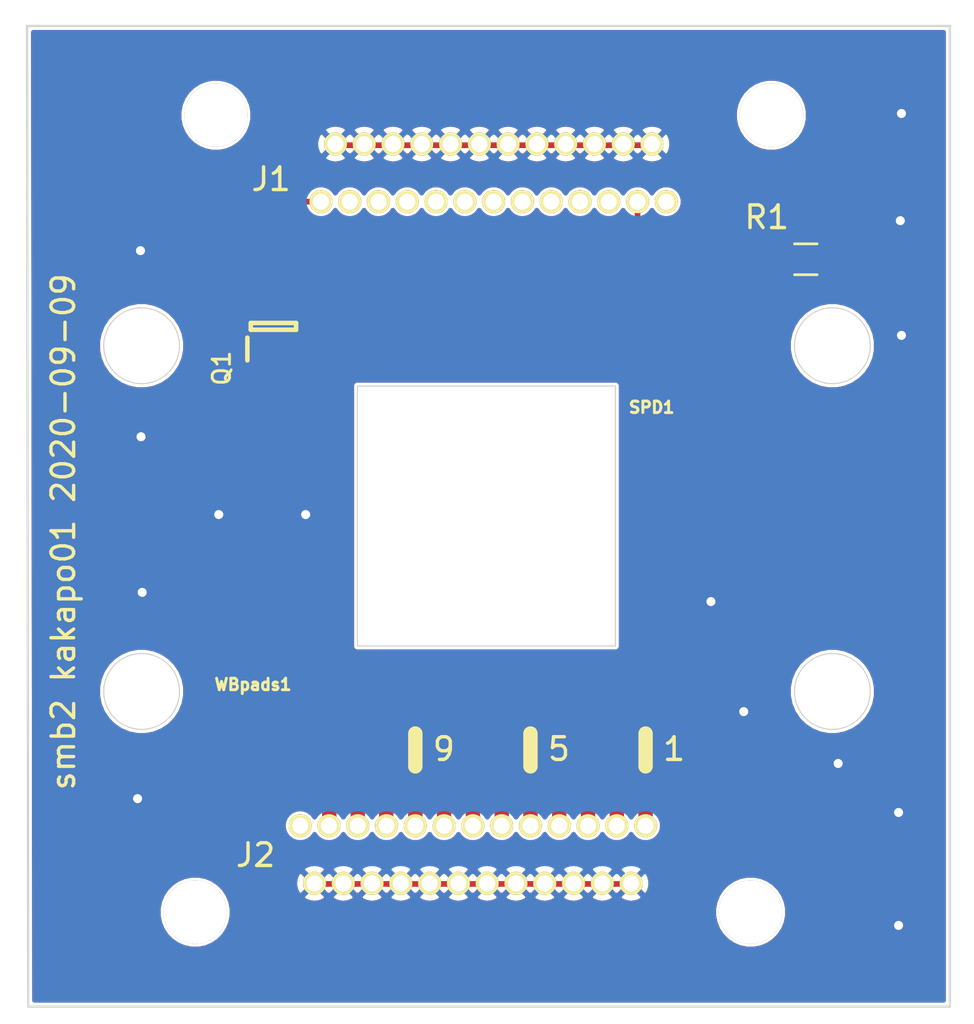
<source format=kicad_pcb>
(kicad_pcb (version 20171130) (host pcbnew "(5.1.5-0-10_14)")

  (general
    (thickness 1.6)
    (drawings 20)
    (tracks 60)
    (zones 0)
    (modules 6)
    (nets 17)
  )

  (page A4)
  (layers
    (0 F.Cu signal)
    (31 B.Cu signal)
    (32 B.Adhes user hide)
    (33 F.Adhes user hide)
    (34 B.Paste user hide)
    (35 F.Paste user hide)
    (36 B.SilkS user hide)
    (37 F.SilkS user)
    (38 B.Mask user hide)
    (39 F.Mask user hide)
    (40 Dwgs.User user hide)
    (41 Cmts.User user hide)
    (42 Eco1.User user hide)
    (43 Eco2.User user hide)
    (44 Edge.Cuts user)
    (45 Margin user hide)
    (46 B.CrtYd user hide)
    (47 F.CrtYd user hide)
    (48 B.Fab user hide)
    (49 F.Fab user hide)
  )

  (setup
    (last_trace_width 0.25)
    (trace_clearance 0.127)
    (zone_clearance 0.127)
    (zone_45_only no)
    (trace_min 0.2)
    (via_size 1.143)
    (via_drill 0.4)
    (via_min_size 0.4)
    (via_min_drill 0.3)
    (uvia_size 0.381)
    (uvia_drill 0.1)
    (uvias_allowed no)
    (uvia_min_size 0.2)
    (uvia_min_drill 0.1)
    (edge_width 0.05)
    (segment_width 0.2)
    (pcb_text_width 0.3)
    (pcb_text_size 1.5 1.5)
    (mod_edge_width 0.12)
    (mod_text_size 1 1)
    (mod_text_width 0.15)
    (pad_size 0.5 1)
    (pad_drill 0)
    (pad_to_mask_clearance 0.1016)
    (solder_mask_min_width 0.25)
    (aux_axis_origin 0 0)
    (visible_elements FFFFFFFF)
    (pcbplotparams
      (layerselection 0x010fc_ffffffff)
      (usegerberextensions false)
      (usegerberattributes false)
      (usegerberadvancedattributes false)
      (creategerberjobfile false)
      (excludeedgelayer true)
      (linewidth 0.100000)
      (plotframeref false)
      (viasonmask false)
      (mode 1)
      (useauxorigin false)
      (hpglpennumber 1)
      (hpglpenspeed 20)
      (hpglpendiameter 15.000000)
      (psnegative false)
      (psa4output false)
      (plotreference true)
      (plotvalue true)
      (plotinvisibletext false)
      (padsonsilk false)
      (subtractmaskfromsilk false)
      (outputformat 1)
      (mirror false)
      (drillshape 1)
      (scaleselection 1)
      (outputdirectory "./"))
  )

  (net 0 "")
  (net 1 GND)
  (net 2 "Net-(J1-Pad12)")
  (net 3 "Net-(J1-Pad1)")
  (net 4 "Net-(J2-Pad12)")
  (net 5 "Net-(J2-Pad11)")
  (net 6 "Net-(J2-Pad10)")
  (net 7 "Net-(J2-Pad9)")
  (net 8 "Net-(J2-Pad8)")
  (net 9 "Net-(J2-Pad7)")
  (net 10 "Net-(J2-Pad6)")
  (net 11 "Net-(J2-Pad3)")
  (net 12 "Net-(J2-Pad1)")
  (net 13 "Net-(J2-Pad2)")
  (net 14 "Net-(J2-Pad5)")
  (net 15 "Net-(J2-Pad4)")
  (net 16 "Net-(R1-Pad2)")

  (net_class Default "This is the default net class."
    (clearance 0.127)
    (trace_width 0.25)
    (via_dia 1.143)
    (via_drill 0.4)
    (uvia_dia 0.381)
    (uvia_drill 0.1)
    (add_net GND)
    (add_net "Net-(J1-Pad1)")
    (add_net "Net-(J1-Pad10)")
    (add_net "Net-(J1-Pad11)")
    (add_net "Net-(J1-Pad12)")
    (add_net "Net-(J1-Pad13)")
    (add_net "Net-(J1-Pad2)")
    (add_net "Net-(J1-Pad3)")
    (add_net "Net-(J1-Pad4)")
    (add_net "Net-(J1-Pad5)")
    (add_net "Net-(J1-Pad6)")
    (add_net "Net-(J1-Pad7)")
    (add_net "Net-(J1-Pad8)")
    (add_net "Net-(J1-Pad9)")
    (add_net "Net-(J2-Pad1)")
    (add_net "Net-(J2-Pad10)")
    (add_net "Net-(J2-Pad11)")
    (add_net "Net-(J2-Pad12)")
    (add_net "Net-(J2-Pad13)")
    (add_net "Net-(J2-Pad2)")
    (add_net "Net-(J2-Pad3)")
    (add_net "Net-(J2-Pad4)")
    (add_net "Net-(J2-Pad5)")
    (add_net "Net-(J2-Pad6)")
    (add_net "Net-(J2-Pad7)")
    (add_net "Net-(J2-Pad8)")
    (add_net "Net-(J2-Pad9)")
    (add_net "Net-(R1-Pad2)")
  )

  (module uD:wirebond-1 (layer F.Cu) (tedit 5E7CC403) (tstamp 5F57A57A)
    (at 143.2306 91.2622)
    (path /5E8E833B)
    (attr smd)
    (fp_text reference SPD1 (at 6.2484 9.2964) (layer F.SilkS)
      (effects (font (size 0.508 0.508) (thickness 0.127)))
    )
    (fp_text value CONN_01X01 (at 5.9944 9.6266) (layer F.Fab)
      (effects (font (size 1 1) (thickness 0.15)))
    )
    (pad 1 smd rect (at 6.35 7.62) (size 0.762 1) (layers F.Cu F.Mask)
      (net 16 "Net-(R1-Pad2)"))
  )

  (module myfootprints:MicroD-25-M-upsidedown (layer F.Cu) (tedit 5F4D698C) (tstamp 5F4D48F4)
    (at 145.4018 120.269 270)
    (path /5E7D529E)
    (fp_text reference J2 (at 0.0254 13.398) (layer F.SilkS)
      (effects (font (size 1 1) (thickness 0.15)))
    )
    (fp_text value MicroD-25-M (at -3.81 3.8354) (layer F.Fab)
      (effects (font (size 1 1) (thickness 0.15)))
    )
    (pad 26 thru_hole circle (at 2.54 -8.445 270) (size 2.79 2.79) (drill 2.79) (layers *.Cu *.Mask F.SilkS))
    (pad 0 thru_hole circle (at 2.54 16.065 270) (size 2.79 2.79) (drill 2.79) (layers *.Cu *.Mask F.SilkS))
    (pad 14 thru_hole circle (at 1.27 -3.17 270) (size 1.016 1.016) (drill 0.71) (layers *.Cu *.Mask F.SilkS)
      (net 1 GND) (zone_connect 1) (thermal_width 0.254) (thermal_gap 0.254))
    (pad 15 thru_hole circle (at 1.27 -1.9 270) (size 1.016 1.016) (drill 0.71) (layers *.Cu *.Mask F.SilkS)
      (net 1 GND) (zone_connect 1) (thermal_width 0.254) (thermal_gap 0.254))
    (pad 16 thru_hole circle (at 1.27 -0.63 270) (size 1.016 1.016) (drill 0.71) (layers *.Cu *.Mask F.SilkS)
      (net 1 GND) (zone_connect 1) (thermal_width 0.254) (thermal_gap 0.254))
    (pad 17 thru_hole circle (at 1.27 0.64 270) (size 1.016 1.016) (drill 0.71) (layers *.Cu *.Mask F.SilkS)
      (net 1 GND) (zone_connect 1) (thermal_width 0.254) (thermal_gap 0.254))
    (pad 18 thru_hole circle (at 1.27 1.91 270) (size 1.016 1.016) (drill 0.71) (layers *.Cu *.Mask F.SilkS)
      (net 1 GND) (zone_connect 1) (thermal_width 0.254) (thermal_gap 0.254))
    (pad 19 thru_hole circle (at 1.27 3.18 270) (size 1.016 1.016) (drill 0.71) (layers *.Cu *.Mask F.SilkS)
      (net 1 GND) (zone_connect 1) (thermal_width 0.254) (thermal_gap 0.254))
    (pad 20 thru_hole circle (at 1.27 4.45 270) (size 1.016 1.016) (drill 0.71) (layers *.Cu *.Mask F.SilkS)
      (net 1 GND) (zone_connect 1) (thermal_width 0.254) (thermal_gap 0.254))
    (pad 21 thru_hole circle (at 1.27 5.72 270) (size 1.016 1.016) (drill 0.71) (layers *.Cu *.Mask F.SilkS)
      (net 1 GND) (zone_connect 1) (thermal_width 0.254) (thermal_gap 0.254))
    (pad 22 thru_hole circle (at 1.27 6.99 270) (size 1.016 1.016) (drill 0.71) (layers *.Cu *.Mask F.SilkS)
      (net 1 GND) (zone_connect 1) (thermal_width 0.254) (thermal_gap 0.254))
    (pad 23 thru_hole circle (at 1.27 8.26 270) (size 1.016 1.016) (drill 0.7112) (layers *.Cu *.Mask F.SilkS)
      (net 1 GND) (zone_connect 1) (thermal_width 0.254) (thermal_gap 0.254))
    (pad 24 thru_hole circle (at 1.27 9.53 270) (size 1.016 1.016) (drill 0.71) (layers *.Cu *.Mask F.SilkS)
      (net 1 GND) (zone_connect 1) (thermal_width 0.254) (thermal_gap 0.254))
    (pad 25 thru_hole circle (at 1.27 10.8 270) (size 1.016 1.016) (drill 0.71) (layers *.Cu *.Mask F.SilkS)
      (net 1 GND) (zone_connect 1) (thermal_width 0.254) (thermal_gap 0.254))
    (pad 1 thru_hole circle (at -1.27 -3.81 270) (size 1.016 1.016) (drill 0.71) (layers *.Cu *.Mask F.SilkS)
      (net 12 "Net-(J2-Pad1)"))
    (pad 2 thru_hole circle (at -1.27 -2.54 270) (size 1.016 1.016) (drill 0.71) (layers *.Cu *.Mask F.SilkS)
      (net 13 "Net-(J2-Pad2)"))
    (pad 3 thru_hole circle (at -1.27 -1.27 270) (size 1.016 1.016) (drill 0.71) (layers *.Cu *.Mask F.SilkS)
      (net 11 "Net-(J2-Pad3)"))
    (pad 4 thru_hole circle (at -1.27 0 270) (size 1.016 1.016) (drill 0.71) (layers *.Cu *.Mask F.SilkS)
      (net 15 "Net-(J2-Pad4)"))
    (pad 5 thru_hole circle (at -1.27 1.27 270) (size 1.016 1.016) (drill 0.71) (layers *.Cu *.Mask F.SilkS)
      (net 14 "Net-(J2-Pad5)"))
    (pad 6 thru_hole circle (at -1.27 2.54 270) (size 1.016 1.016) (drill 0.71) (layers *.Cu *.Mask F.SilkS)
      (net 10 "Net-(J2-Pad6)"))
    (pad 7 thru_hole circle (at -1.27 3.81 270) (size 1.016 1.016) (drill 0.71) (layers *.Cu *.Mask F.SilkS)
      (net 9 "Net-(J2-Pad7)"))
    (pad 8 thru_hole circle (at -1.27 5.08 270) (size 1.016 1.016) (drill 0.71) (layers *.Cu *.Mask F.SilkS)
      (net 8 "Net-(J2-Pad8)"))
    (pad 9 thru_hole circle (at -1.27 6.35 270) (size 1.016 1.016) (drill 0.71) (layers *.Cu *.Mask F.SilkS)
      (net 7 "Net-(J2-Pad9)"))
    (pad 10 thru_hole circle (at -1.27 7.62 270) (size 1.016 1.016) (drill 0.71) (layers *.Cu *.Mask F.SilkS)
      (net 6 "Net-(J2-Pad10)"))
    (pad 11 thru_hole circle (at -1.27 8.89 270) (size 1.016 1.016) (drill 0.71) (layers *.Cu *.Mask F.SilkS)
      (net 5 "Net-(J2-Pad11)"))
    (pad 12 thru_hole circle (at -1.27 10.16 270) (size 1.016 1.016) (drill 0.71) (layers *.Cu *.Mask F.SilkS)
      (net 4 "Net-(J2-Pad12)"))
    (pad 13 thru_hole circle (at -1.27 11.43 270) (size 1.016 1.016) (drill 0.71) (layers *.Cu *.Mask F.SilkS))
    (model /Users/smb2/Documents/PCB/Kicad/Footprints.pretty/3D/MicroD_381-025-112L565.STEP
      (offset (xyz 7.8486 -3.81 -5.181599999999999))
      (scale (xyz 1 1 1))
      (rotate (xyz 90 0 90))
    )
  )

  (module myfootprints:MicroD-25-M-upsidedown (layer F.Cu) (tedit 5F4D698C) (tstamp 5F4D3C17)
    (at 138.6972 90.2208 90)
    (path /5E7C669B)
    (fp_text reference J1 (at -0.2794 -6.0076 180) (layer F.SilkS)
      (effects (font (size 1 1) (thickness 0.15)))
    )
    (fp_text value MicroD-25-M (at -3.81 3.8354 180) (layer F.Fab)
      (effects (font (size 1 1) (thickness 0.15)))
    )
    (pad 26 thru_hole circle (at 2.54 -8.445 90) (size 2.79 2.79) (drill 2.79) (layers *.Cu *.Mask F.SilkS))
    (pad 0 thru_hole circle (at 2.54 16.065 90) (size 2.79 2.79) (drill 2.79) (layers *.Cu *.Mask F.SilkS))
    (pad 14 thru_hole circle (at 1.27 -3.17 90) (size 1.016 1.016) (drill 0.71) (layers *.Cu *.Mask F.SilkS)
      (net 1 GND) (zone_connect 1) (thermal_width 0.254) (thermal_gap 0.254))
    (pad 15 thru_hole circle (at 1.27 -1.9 90) (size 1.016 1.016) (drill 0.71) (layers *.Cu *.Mask F.SilkS)
      (net 1 GND) (zone_connect 1) (thermal_width 0.254) (thermal_gap 0.254))
    (pad 16 thru_hole circle (at 1.27 -0.63 90) (size 1.016 1.016) (drill 0.71) (layers *.Cu *.Mask F.SilkS)
      (net 1 GND) (zone_connect 1) (thermal_width 0.254) (thermal_gap 0.254))
    (pad 17 thru_hole circle (at 1.27 0.64 90) (size 1.016 1.016) (drill 0.71) (layers *.Cu *.Mask F.SilkS)
      (net 1 GND) (zone_connect 1) (thermal_width 0.254) (thermal_gap 0.254))
    (pad 18 thru_hole circle (at 1.27 1.91 90) (size 1.016 1.016) (drill 0.71) (layers *.Cu *.Mask F.SilkS)
      (net 1 GND) (zone_connect 1) (thermal_width 0.254) (thermal_gap 0.254))
    (pad 19 thru_hole circle (at 1.27 3.18 90) (size 1.016 1.016) (drill 0.71) (layers *.Cu *.Mask F.SilkS)
      (net 1 GND) (zone_connect 1) (thermal_width 0.254) (thermal_gap 0.254))
    (pad 20 thru_hole circle (at 1.27 4.45 90) (size 1.016 1.016) (drill 0.71) (layers *.Cu *.Mask F.SilkS)
      (net 1 GND) (zone_connect 1) (thermal_width 0.254) (thermal_gap 0.254))
    (pad 21 thru_hole circle (at 1.27 5.72 90) (size 1.016 1.016) (drill 0.71) (layers *.Cu *.Mask F.SilkS)
      (net 1 GND) (zone_connect 1) (thermal_width 0.254) (thermal_gap 0.254))
    (pad 22 thru_hole circle (at 1.27 6.99 90) (size 1.016 1.016) (drill 0.71) (layers *.Cu *.Mask F.SilkS)
      (net 1 GND) (zone_connect 1) (thermal_width 0.254) (thermal_gap 0.254))
    (pad 23 thru_hole circle (at 1.27 8.26 90) (size 1.016 1.016) (drill 0.7112) (layers *.Cu *.Mask F.SilkS)
      (net 1 GND) (zone_connect 1) (thermal_width 0.254) (thermal_gap 0.254))
    (pad 24 thru_hole circle (at 1.27 9.53 90) (size 1.016 1.016) (drill 0.71) (layers *.Cu *.Mask F.SilkS)
      (net 1 GND) (zone_connect 1) (thermal_width 0.254) (thermal_gap 0.254))
    (pad 25 thru_hole circle (at 1.27 10.8 90) (size 1.016 1.016) (drill 0.71) (layers *.Cu *.Mask F.SilkS)
      (net 1 GND) (zone_connect 1) (thermal_width 0.254) (thermal_gap 0.254))
    (pad 1 thru_hole circle (at -1.27 -3.81 90) (size 1.016 1.016) (drill 0.71) (layers *.Cu *.Mask F.SilkS)
      (net 3 "Net-(J1-Pad1)"))
    (pad 2 thru_hole circle (at -1.27 -2.54 90) (size 1.016 1.016) (drill 0.71) (layers *.Cu *.Mask F.SilkS))
    (pad 3 thru_hole circle (at -1.27 -1.27 90) (size 1.016 1.016) (drill 0.71) (layers *.Cu *.Mask F.SilkS))
    (pad 4 thru_hole circle (at -1.27 0 90) (size 1.016 1.016) (drill 0.71) (layers *.Cu *.Mask F.SilkS))
    (pad 5 thru_hole circle (at -1.27 1.27 90) (size 1.016 1.016) (drill 0.71) (layers *.Cu *.Mask F.SilkS))
    (pad 6 thru_hole circle (at -1.27 2.54 90) (size 1.016 1.016) (drill 0.71) (layers *.Cu *.Mask F.SilkS))
    (pad 7 thru_hole circle (at -1.27 3.81 90) (size 1.016 1.016) (drill 0.71) (layers *.Cu *.Mask F.SilkS))
    (pad 8 thru_hole circle (at -1.27 5.08 90) (size 1.016 1.016) (drill 0.71) (layers *.Cu *.Mask F.SilkS))
    (pad 9 thru_hole circle (at -1.27 6.35 90) (size 1.016 1.016) (drill 0.71) (layers *.Cu *.Mask F.SilkS))
    (pad 10 thru_hole circle (at -1.27 7.62 90) (size 1.016 1.016) (drill 0.71) (layers *.Cu *.Mask F.SilkS))
    (pad 11 thru_hole circle (at -1.27 8.89 90) (size 1.016 1.016) (drill 0.71) (layers *.Cu *.Mask F.SilkS))
    (pad 12 thru_hole circle (at -1.27 10.16 90) (size 1.016 1.016) (drill 0.71) (layers *.Cu *.Mask F.SilkS)
      (net 2 "Net-(J1-Pad12)"))
    (pad 13 thru_hole circle (at -1.27 11.43 90) (size 1.016 1.016) (drill 0.71) (layers *.Cu *.Mask F.SilkS))
    (model /Users/smb2/Documents/PCB/Kicad/Footprints.pretty/3D/MicroD_381-025-112L565.STEP
      (offset (xyz 7.8486 -3.81 -5.181599999999999))
      (scale (xyz 1 1 1))
      (rotate (xyz 90 0 90))
    )
  )

  (module Resistors_SMD:R_0603_HandSoldering (layer F.Cu) (tedit 58E0A804) (tstamp 5E7A5EC7)
    (at 156.2824 94.0308)
    (descr "Resistor SMD 0603, hand soldering")
    (tags "resistor 0603")
    (path /5E79A1AD)
    (attr smd)
    (fp_text reference R1 (at -1.7234 -1.8542) (layer F.SilkS)
      (effects (font (size 1 1) (thickness 0.15)))
    )
    (fp_text value R (at 0 1.55) (layer F.Fab)
      (effects (font (size 1 1) (thickness 0.15)))
    )
    (fp_text user %R (at 0 0) (layer F.Fab)
      (effects (font (size 0.4 0.4) (thickness 0.075)))
    )
    (fp_line (start -0.8 0.4) (end -0.8 -0.4) (layer F.Fab) (width 0.1))
    (fp_line (start 0.8 0.4) (end -0.8 0.4) (layer F.Fab) (width 0.1))
    (fp_line (start 0.8 -0.4) (end 0.8 0.4) (layer F.Fab) (width 0.1))
    (fp_line (start -0.8 -0.4) (end 0.8 -0.4) (layer F.Fab) (width 0.1))
    (fp_line (start 0.5 0.68) (end -0.5 0.68) (layer F.SilkS) (width 0.12))
    (fp_line (start -0.5 -0.68) (end 0.5 -0.68) (layer F.SilkS) (width 0.12))
    (fp_line (start -1.96 -0.7) (end 1.95 -0.7) (layer F.CrtYd) (width 0.05))
    (fp_line (start -1.96 -0.7) (end -1.96 0.7) (layer F.CrtYd) (width 0.05))
    (fp_line (start 1.95 0.7) (end 1.95 -0.7) (layer F.CrtYd) (width 0.05))
    (fp_line (start 1.95 0.7) (end -1.96 0.7) (layer F.CrtYd) (width 0.05))
    (pad 1 smd rect (at -1.1 0) (size 1.2 0.9) (layers F.Cu F.Paste F.Mask)
      (net 2 "Net-(J1-Pad12)"))
    (pad 2 smd rect (at 1.1 0) (size 1.2 0.9) (layers F.Cu F.Paste F.Mask)
      (net 16 "Net-(R1-Pad2)"))
    (model ${KISYS3DMOD}/Resistors_SMD.3dshapes/R_0603.wrl
      (at (xyz 0 0 0))
      (scale (xyz 1 1 1))
      (rotate (xyz 0 0 0))
    )
  )

  (module uD:wirebond-12 (layer F.Cu) (tedit 5E7CBB8B) (tstamp 5E7CC652)
    (at 128.8796 105.3084)
    (path /5E7B1ED6)
    (fp_text reference WBpads1 (at 3.0099 7.4676) (layer F.SilkS)
      (effects (font (size 0.508 0.508) (thickness 0.127)))
    )
    (fp_text value CONN_01X12 (at 5.08 5.08) (layer F.Fab)
      (effects (font (size 0.508 0.508) (thickness 0.127)))
    )
    (pad 12 smd rect (at 20.32 7.62) (size 0.762 1) (layers F.Cu F.Mask)
      (net 12 "Net-(J2-Pad1)"))
    (pad 11 smd rect (at 19.05 7.62) (size 0.762 1) (layers F.Cu F.Mask)
      (net 13 "Net-(J2-Pad2)"))
    (pad 10 smd rect (at 17.78 7.62) (size 0.762 1) (layers F.Cu F.Mask)
      (net 11 "Net-(J2-Pad3)"))
    (pad 9 smd rect (at 16.51 7.62) (size 0.762 1) (layers F.Cu F.Mask)
      (net 15 "Net-(J2-Pad4)"))
    (pad 8 smd rect (at 15.24 7.62) (size 0.762 1) (layers F.Cu F.Mask)
      (net 14 "Net-(J2-Pad5)"))
    (pad 7 smd rect (at 13.97 7.62) (size 0.762 1) (layers F.Cu F.Mask)
      (net 10 "Net-(J2-Pad6)"))
    (pad 6 smd rect (at 12.7 7.62) (size 0.762 1) (layers F.Cu F.Mask)
      (net 9 "Net-(J2-Pad7)"))
    (pad 5 smd rect (at 11.43 7.62) (size 0.762 1) (layers F.Cu F.Mask)
      (net 8 "Net-(J2-Pad8)"))
    (pad 4 smd rect (at 10.16 7.62) (size 0.762 1) (layers F.Cu F.Mask)
      (net 7 "Net-(J2-Pad9)"))
    (pad 3 smd rect (at 8.89 7.62) (size 0.762 1) (layers F.Cu F.Mask)
      (net 6 "Net-(J2-Pad10)"))
    (pad 2 smd rect (at 7.62 7.62) (size 0.762 1) (layers F.Cu F.Mask)
      (net 5 "Net-(J2-Pad11)"))
    (pad 1 smd rect (at 6.35 7.62) (size 0.762 1) (layers F.Cu F.Mask)
      (net 4 "Net-(J2-Pad12)"))
  )

  (module DMND62D0U:SOT65P210X110-3N (layer F.Cu) (tedit 5F59364C) (tstamp 5E7C1E9C)
    (at 132.7912 96.9866 90)
    (descr DMN62D0UW-7-1)
    (tags "MOSFET (N-Channel)")
    (path /5E795A0C)
    (attr smd)
    (fp_text reference Q1 (at -1.8448 -2.286 90) (layer F.SilkS)
      (effects (font (size 0.762 0.762) (thickness 0.127)))
    )
    (fp_text value DMN62D0UW-7 (at 0.5682 -2.667 90) (layer F.SilkS) hide
      (effects (font (size 0.508 0.508) (thickness 0.127)))
    )
    (fp_line (start -1.5 -1.15) (end -0.5 -1.15) (layer F.SilkS) (width 0.2))
    (fp_line (start -0.15 1) (end -0.15 -1) (layer F.SilkS) (width 0.2))
    (fp_line (start 0.15 1) (end -0.15 1) (layer F.SilkS) (width 0.2))
    (fp_line (start 0.15 -1) (end 0.15 1) (layer F.SilkS) (width 0.2))
    (fp_line (start -0.15 -1) (end 0.15 -1) (layer F.SilkS) (width 0.2))
    (fp_line (start -0.625 -0.35) (end 0.025 -1) (layer F.Fab) (width 0.1))
    (fp_line (start -0.625 1) (end -0.625 -1) (layer F.Fab) (width 0.1))
    (fp_line (start 0.625 1) (end -0.625 1) (layer F.Fab) (width 0.1))
    (fp_line (start 0.625 -1) (end 0.625 1) (layer F.Fab) (width 0.1))
    (fp_line (start -0.625 -1) (end 0.625 -1) (layer F.Fab) (width 0.1))
    (fp_line (start -1.75 1.35) (end -1.75 -1.35) (layer F.CrtYd) (width 0.05))
    (fp_line (start 1.75 1.35) (end -1.75 1.35) (layer F.CrtYd) (width 0.05))
    (fp_line (start 1.75 -1.35) (end 1.75 1.35) (layer F.CrtYd) (width 0.05))
    (fp_line (start -1.75 -1.35) (end 1.75 -1.35) (layer F.CrtYd) (width 0.05))
    (fp_text user %R (at 0 0 90) (layer F.Fab)
      (effects (font (size 1.27 1.27) (thickness 0.254)))
    )
    (pad 3 smd rect (at 1 0 180) (size 0.5 1) (layers F.Cu F.Paste F.Mask)
      (net 2 "Net-(J1-Pad12)"))
    (pad 2 smd rect (at -1 0.65 180) (size 0.5 1) (layers F.Cu F.Paste F.Mask)
      (net 1 GND) (zone_connect 1))
    (pad 1 smd rect (at -1 -0.65 180) (size 0.5 1) (layers F.Cu F.Paste F.Mask)
      (net 3 "Net-(J1-Pad1)"))
    (model DMN62D0UW-7.stp
      (at (xyz 0 0 0))
      (scale (xyz 1 1 1))
      (rotate (xyz 0 0 0))
    )
    (model ${DMN}/DMN62D0UW-7.stp
      (at (xyz 0 0 0))
      (scale (xyz 1 1 1))
      (rotate (xyz 0 0 0))
    )
  )

  (gr_circle (center 157.4546 113.0808) (end 158.5976 114.3) (layer Edge.Cuts) (width 0.05) (tstamp 5E7E20C9))
  (gr_circle (center 157.4546 97.8408) (end 158.5976 99.06) (layer Edge.Cuts) (width 0.05) (tstamp 5E7E2073))
  (gr_circle (center 126.9746 97.8408) (end 128.1176 99.06) (layer Edge.Cuts) (width 0.05) (tstamp 5E7E206C))
  (gr_circle (center 126.9746 113.0808) (end 128.1176 114.3) (layer Edge.Cuts) (width 0.05))
  (gr_text 9 (at 140.3096 115.6208) (layer F.SilkS)
    (effects (font (size 1 1) (thickness 0.15)))
  )
  (gr_text 5 (at 145.3896 115.6208) (layer F.SilkS)
    (effects (font (size 1 1) (thickness 0.15)))
  )
  (gr_text 1 (at 150.4696 115.6208) (layer F.SilkS)
    (effects (font (size 1 1) (thickness 0.15)))
  )
  (gr_line (start 139.0523 114.935) (end 139.0523 116.3828) (layer F.SilkS) (width 0.635) (tstamp 5E7E1FD0))
  (gr_line (start 144.1323 114.935) (end 144.1323 116.3828) (layer F.SilkS) (width 0.635) (tstamp 5E7E1FCD))
  (gr_line (start 149.2123 114.935) (end 149.2123 116.3828) (layer F.SilkS) (width 0.635) (tstamp 5E7E1FCA))
  (gr_text "smb2 kakapo01 2020-09-09" (at 123.5202 106.045 90) (layer F.SilkS)
    (effects (font (size 1 1) (thickness 0.15)))
  )
  (gr_line (start 136.4996 111.0742) (end 147.8788 111.0742) (layer Edge.Cuts) (width 0.05))
  (gr_line (start 147.8788 111.0234) (end 147.8788 111.0742) (layer Edge.Cuts) (width 0.05))
  (gr_line (start 147.8788 99.6188) (end 147.8788 111.0234) (layer Edge.Cuts) (width 0.05))
  (gr_line (start 136.4996 99.6188) (end 147.8788 99.6188) (layer Edge.Cuts) (width 0.05))
  (gr_line (start 136.4996 111.0742) (end 136.4996 99.6188) (layer Edge.Cuts) (width 0.05))
  (gr_line (start 162.6362 83.7438) (end 162.6362 126.9746) (layer Edge.Cuts) (width 0.1))
  (gr_line (start 121.92 83.7438) (end 162.6362 83.7438) (layer Edge.Cuts) (width 0.1) (tstamp 5E7A603B))
  (gr_line (start 121.9708 126.9746) (end 121.92 83.7438) (layer Edge.Cuts) (width 0.1))
  (gr_line (start 162.6362 126.9746) (end 121.9708 126.9746) (layer Edge.Cuts) (width 0.1))

  (segment (start 134.62 121.5644) (end 148.59 121.5644) (width 0.25) (layer F.Cu) (net 1))
  (segment (start 135.5272 89.0016) (end 136.7972 89.0016) (width 0.25) (layer F.Cu) (net 1))
  (segment (start 136.7972 89.0016) (end 138.0672 89.0016) (width 0.25) (layer F.Cu) (net 1))
  (segment (start 138.0672 89.0016) (end 139.3372 89.0016) (width 0.25) (layer F.Cu) (net 1))
  (segment (start 139.3372 89.0016) (end 140.6072 89.0016) (width 0.25) (layer F.Cu) (net 1))
  (segment (start 140.6072 89.0016) (end 141.8772 89.0016) (width 0.25) (layer F.Cu) (net 1))
  (segment (start 141.8772 89.0016) (end 143.1472 89.0016) (width 0.25) (layer F.Cu) (net 1))
  (segment (start 143.1472 89.0016) (end 144.4172 89.0016) (width 0.25) (layer F.Cu) (net 1))
  (segment (start 144.4172 89.0016) (end 145.6872 89.0016) (width 0.25) (layer F.Cu) (net 1))
  (segment (start 145.6872 89.0016) (end 146.9572 89.0016) (width 0.25) (layer F.Cu) (net 1))
  (segment (start 146.9572 89.0016) (end 148.2272 89.0016) (width 0.25) (layer F.Cu) (net 1))
  (segment (start 148.2272 89.0016) (end 149.4972 89.0016) (width 0.25) (layer F.Cu) (net 1))
  (via (at 126.9492 101.854) (size 0.8) (drill 0.4) (layers F.Cu B.Cu) (net 1))
  (via (at 127 108.712) (size 0.8) (drill 0.4) (layers F.Cu B.Cu) (net 1))
  (via (at 130.3782 105.283) (size 0.8) (drill 0.4) (layers F.Cu B.Cu) (net 1))
  (via (at 134.2136 105.283) (size 0.8) (drill 0.4) (layers F.Cu B.Cu) (net 1))
  (via (at 126.9238 93.6498) (size 0.8) (drill 0.4) (layers F.Cu B.Cu) (net 1))
  (via (at 152.0952 109.1184) (size 0.8) (drill 0.4) (layers F.Cu B.Cu) (net 1))
  (via (at 153.543 113.9698) (size 0.8) (drill 0.4) (layers F.Cu B.Cu) (net 1))
  (via (at 157.7086 116.2558) (size 0.8) (drill 0.4) (layers F.Cu B.Cu) (net 1))
  (via (at 160.3756 118.4148) (size 0.8) (drill 0.4) (layers F.Cu B.Cu) (net 1))
  (via (at 160.3756 123.3932) (size 0.8) (drill 0.4) (layers F.Cu B.Cu) (net 1))
  (via (at 126.7968 117.8052) (size 0.8) (drill 0.4) (layers F.Cu B.Cu) (net 1))
  (via (at 160.5026 87.6046) (size 0.8) (drill 0.4) (layers F.Cu B.Cu) (net 1))
  (via (at 160.4518 92.329) (size 0.8) (drill 0.4) (layers F.Cu B.Cu) (net 1))
  (via (at 160.5026 97.3836) (size 0.8) (drill 0.4) (layers F.Cu B.Cu) (net 1))
  (segment (start 148.8572 92.20922) (end 148.844 92.22242) (width 0.25) (layer F.Cu) (net 2))
  (segment (start 148.8572 91.4908) (end 148.8572 92.20922) (width 0.25) (layer F.Cu) (net 2))
  (segment (start 132.7912 95.2366) (end 132.7912 95.9866) (width 0.25) (layer F.Cu) (net 2))
  (segment (start 133.997 94.0308) (end 132.7912 95.2366) (width 0.25) (layer F.Cu) (net 2))
  (segment (start 148.8572 92.20922) (end 148.8572 94.0186) (width 0.25) (layer F.Cu) (net 2))
  (segment (start 148.8694 94.0308) (end 133.997 94.0308) (width 0.25) (layer F.Cu) (net 2))
  (segment (start 148.8572 94.0186) (end 148.8694 94.0308) (width 0.25) (layer F.Cu) (net 2))
  (segment (start 155.1824 94.0308) (end 148.8694 94.0308) (width 0.25) (layer F.Cu) (net 2))
  (segment (start 135.255 118.6434) (end 135.255 112.9792) (width 0.635) (layer F.Cu) (net 4))
  (segment (start 136.5123 118.872) (end 136.5123 113.03) (width 0.635) (layer F.Cu) (net 5))
  (segment (start 137.7696 118.872) (end 137.7696 113.03) (width 0.635) (layer F.Cu) (net 6))
  (segment (start 139.0523 118.872) (end 139.0523 113.03) (width 0.635) (layer F.Cu) (net 7))
  (segment (start 140.3223 118.872) (end 140.3223 113.03) (width 0.635) (layer F.Cu) (net 8))
  (segment (start 141.5923 118.872) (end 141.5923 113.03) (width 0.635) (layer F.Cu) (net 9))
  (segment (start 142.8623 118.872) (end 142.8623 113.03) (width 0.635) (layer F.Cu) (net 10))
  (segment (start 146.6723 118.872) (end 146.6723 113.03) (width 0.635) (layer F.Cu) (net 11))
  (segment (start 149.2123 118.872) (end 149.2123 113.03) (width 0.635) (layer F.Cu) (net 12))
  (segment (start 147.9423 118.872) (end 147.9423 113.03) (width 0.635) (layer F.Cu) (net 13))
  (segment (start 144.1323 118.872) (end 144.1323 113.03) (width 0.635) (layer F.Cu) (net 14) (tstamp 5E7E1B27))
  (segment (start 145.4023 118.872) (end 145.4023 113.03) (width 0.635) (layer F.Cu) (net 15))
  (segment (start 131.0386 93.2688) (end 131.0386 97.384) (width 0.25) (layer F.Cu) (net 3))
  (segment (start 131.0386 97.384) (end 131.6412 97.9866) (width 0.25) (layer F.Cu) (net 3))
  (segment (start 132.7658 91.5416) (end 131.0386 93.2688) (width 0.25) (layer F.Cu) (net 3))
  (segment (start 134.11798 91.5416) (end 132.7658 91.5416) (width 0.25) (layer F.Cu) (net 3))
  (segment (start 131.6412 97.9866) (end 132.1412 97.9866) (width 0.25) (layer F.Cu) (net 3))
  (segment (start 134.16878 91.4908) (end 134.11798 91.5416) (width 0.25) (layer F.Cu) (net 3))
  (segment (start 134.8872 91.4908) (end 134.16878 91.4908) (width 0.25) (layer F.Cu) (net 3))
  (segment (start 157.3824 94.7308) (end 157.3276 94.7856) (width 0.25) (layer F.Cu) (net 16))
  (segment (start 157.3824 94.0308) (end 157.3824 94.7308) (width 0.25) (layer F.Cu) (net 16))
  (segment (start 157.3276 94.7856) (end 157.3276 95.0468) (width 0.25) (layer F.Cu) (net 16))
  (segment (start 157.3276 95.0468) (end 156.718 95.6564) (width 0.25) (layer F.Cu) (net 16))
  (segment (start 149.5806 98.1322) (end 149.5806 98.8822) (width 0.25) (layer F.Cu) (net 16))
  (segment (start 152.0564 95.6564) (end 149.5806 98.1322) (width 0.25) (layer F.Cu) (net 16))
  (segment (start 156.718 95.6564) (end 152.0564 95.6564) (width 0.25) (layer F.Cu) (net 16))

  (zone (net 0) (net_name "") (layer F.Mask) (tstamp 5F4D654E) (hatch edge 0.508)
    (connect_pads (clearance 0.35))
    (min_thickness 0.254)
    (fill yes (arc_segments 32) (thermal_gap 0.508) (thermal_bridge_width 0.508))
    (polygon
      (pts
        (xy 148.7424 111.9124) (xy 135.7376 111.9124) (xy 135.7376 98.9076) (xy 148.7424 98.9076)
      )
    )
    (filled_polygon
      (pts
        (xy 148.6154 111.7854) (xy 135.8646 111.7854) (xy 135.8646 99.6188) (xy 136.4996 99.6188) (xy 136.4996 111.0742)
        (xy 147.8788 111.0742) (xy 147.8788 99.6188) (xy 136.4996 99.6188) (xy 135.8646 99.6188) (xy 135.8646 99.0346)
        (xy 148.6154 99.0346)
      )
    )
  )
  (zone (net 0) (net_name "") (layer B.Mask) (tstamp 5F4D654B) (hatch edge 0.508)
    (connect_pads (clearance 0.35))
    (min_thickness 0.254)
    (fill yes (arc_segments 32) (thermal_gap 0.508) (thermal_bridge_width 0.508))
    (polygon
      (pts
        (xy 155.8798 117.3988) (xy 128.8796 117.3988) (xy 128.8796 103.8352) (xy 155.8798 103.8352)
      )
    )
    (filled_polygon
      (pts
        (xy 136.4996 111.0742) (xy 147.8788 111.0742) (xy 147.8788 103.9622) (xy 155.7528 103.9622) (xy 155.7528 117.2718)
        (xy 129.0066 117.2718) (xy 129.0066 103.9622) (xy 136.4996 103.9622)
      )
    )
  )
  (zone (net 1) (net_name GND) (layer F.Cu) (tstamp 0) (hatch edge 0.508)
    (connect_pads (clearance 0.127))
    (min_thickness 0.2032)
    (fill yes (arc_segments 32) (thermal_gap 0.127) (thermal_bridge_width 0.2286))
    (polygon
      (pts
        (xy 163.6776 82.6516) (xy 163.322 127.7366) (xy 120.7262 127.5334) (xy 120.7262 82.6008)
      )
    )
    (filled_polygon
      (pts
        (xy 162.357601 126.696) (xy 122.249072 126.696) (xy 122.244317 122.649089) (xy 127.7132 122.649089) (xy 127.7132 122.968911)
        (xy 127.775594 123.282587) (xy 127.897984 123.578063) (xy 128.075667 123.843985) (xy 128.301815 124.070133) (xy 128.567737 124.247816)
        (xy 128.863213 124.370206) (xy 129.176889 124.4326) (xy 129.496711 124.4326) (xy 129.810387 124.370206) (xy 130.105863 124.247816)
        (xy 130.371785 124.070133) (xy 130.597933 123.843985) (xy 130.775616 123.578063) (xy 130.898006 123.282587) (xy 130.9604 122.968911)
        (xy 130.9604 122.649089) (xy 152.2232 122.649089) (xy 152.2232 122.968911) (xy 152.285594 123.282587) (xy 152.407984 123.578063)
        (xy 152.585667 123.843985) (xy 152.811815 124.070133) (xy 153.077737 124.247816) (xy 153.373213 124.370206) (xy 153.686889 124.4326)
        (xy 154.006711 124.4326) (xy 154.320387 124.370206) (xy 154.615863 124.247816) (xy 154.881785 124.070133) (xy 155.107933 123.843985)
        (xy 155.285616 123.578063) (xy 155.408006 123.282587) (xy 155.4704 122.968911) (xy 155.4704 122.649089) (xy 155.408006 122.335413)
        (xy 155.285616 122.039937) (xy 155.107933 121.774015) (xy 154.881785 121.547867) (xy 154.615863 121.370184) (xy 154.320387 121.247794)
        (xy 154.006711 121.1854) (xy 153.686889 121.1854) (xy 153.373213 121.247794) (xy 153.077737 121.370184) (xy 152.811815 121.547867)
        (xy 152.585667 121.774015) (xy 152.407984 122.039937) (xy 152.285594 122.335413) (xy 152.2232 122.649089) (xy 130.9604 122.649089)
        (xy 130.898006 122.335413) (xy 130.803568 122.107418) (xy 134.069303 122.107418) (xy 134.1125 122.255677) (xy 134.261719 122.337364)
        (xy 134.424006 122.38837) (xy 134.593127 122.406735) (xy 134.76258 122.391753) (xy 134.925854 122.344001) (xy 135.076675 122.265314)
        (xy 135.0911 122.255677) (xy 135.134297 122.107418) (xy 135.339303 122.107418) (xy 135.3825 122.255677) (xy 135.531719 122.337364)
        (xy 135.694006 122.38837) (xy 135.863127 122.406735) (xy 136.03258 122.391753) (xy 136.195854 122.344001) (xy 136.346675 122.265314)
        (xy 136.3611 122.255677) (xy 136.404297 122.107418) (xy 136.609303 122.107418) (xy 136.6525 122.255677) (xy 136.801719 122.337364)
        (xy 136.964006 122.38837) (xy 137.133127 122.406735) (xy 137.30258 122.391753) (xy 137.465854 122.344001) (xy 137.616675 122.265314)
        (xy 137.6311 122.255677) (xy 137.674297 122.107418) (xy 137.879303 122.107418) (xy 137.9225 122.255677) (xy 138.071719 122.337364)
        (xy 138.234006 122.38837) (xy 138.403127 122.406735) (xy 138.57258 122.391753) (xy 138.735854 122.344001) (xy 138.886675 122.265314)
        (xy 138.9011 122.255677) (xy 138.944297 122.107418) (xy 139.149303 122.107418) (xy 139.1925 122.255677) (xy 139.341719 122.337364)
        (xy 139.504006 122.38837) (xy 139.673127 122.406735) (xy 139.84258 122.391753) (xy 140.005854 122.344001) (xy 140.156675 122.265314)
        (xy 140.1711 122.255677) (xy 140.214297 122.107418) (xy 140.419303 122.107418) (xy 140.4625 122.255677) (xy 140.611719 122.337364)
        (xy 140.774006 122.38837) (xy 140.943127 122.406735) (xy 141.11258 122.391753) (xy 141.275854 122.344001) (xy 141.426675 122.265314)
        (xy 141.4411 122.255677) (xy 141.484297 122.107418) (xy 141.689303 122.107418) (xy 141.7325 122.255677) (xy 141.881719 122.337364)
        (xy 142.044006 122.38837) (xy 142.213127 122.406735) (xy 142.38258 122.391753) (xy 142.545854 122.344001) (xy 142.696675 122.265314)
        (xy 142.7111 122.255677) (xy 142.754297 122.107418) (xy 142.959303 122.107418) (xy 143.0025 122.255677) (xy 143.151719 122.337364)
        (xy 143.314006 122.38837) (xy 143.483127 122.406735) (xy 143.65258 122.391753) (xy 143.815854 122.344001) (xy 143.966675 122.265314)
        (xy 143.9811 122.255677) (xy 144.024297 122.107418) (xy 144.229303 122.107418) (xy 144.2725 122.255677) (xy 144.421719 122.337364)
        (xy 144.584006 122.38837) (xy 144.753127 122.406735) (xy 144.92258 122.391753) (xy 145.085854 122.344001) (xy 145.236675 122.265314)
        (xy 145.2511 122.255677) (xy 145.294297 122.107418) (xy 145.499303 122.107418) (xy 145.5425 122.255677) (xy 145.691719 122.337364)
        (xy 145.854006 122.38837) (xy 146.023127 122.406735) (xy 146.19258 122.391753) (xy 146.355854 122.344001) (xy 146.506675 122.265314)
        (xy 146.5211 122.255677) (xy 146.564297 122.107418) (xy 146.769303 122.107418) (xy 146.8125 122.255677) (xy 146.961719 122.337364)
        (xy 147.124006 122.38837) (xy 147.293127 122.406735) (xy 147.46258 122.391753) (xy 147.625854 122.344001) (xy 147.776675 122.265314)
        (xy 147.7911 122.255677) (xy 147.834297 122.107418) (xy 148.039303 122.107418) (xy 148.0825 122.255677) (xy 148.231719 122.337364)
        (xy 148.394006 122.38837) (xy 148.563127 122.406735) (xy 148.73258 122.391753) (xy 148.895854 122.344001) (xy 149.046675 122.265314)
        (xy 149.0611 122.255677) (xy 149.104297 122.107418) (xy 148.5718 121.574921) (xy 148.039303 122.107418) (xy 147.834297 122.107418)
        (xy 147.3018 121.574921) (xy 146.769303 122.107418) (xy 146.564297 122.107418) (xy 146.0318 121.574921) (xy 145.499303 122.107418)
        (xy 145.294297 122.107418) (xy 144.7618 121.574921) (xy 144.229303 122.107418) (xy 144.024297 122.107418) (xy 143.4918 121.574921)
        (xy 142.959303 122.107418) (xy 142.754297 122.107418) (xy 142.2218 121.574921) (xy 141.689303 122.107418) (xy 141.484297 122.107418)
        (xy 140.9518 121.574921) (xy 140.419303 122.107418) (xy 140.214297 122.107418) (xy 139.6818 121.574921) (xy 139.149303 122.107418)
        (xy 138.944297 122.107418) (xy 138.4118 121.574921) (xy 137.879303 122.107418) (xy 137.674297 122.107418) (xy 137.1418 121.574921)
        (xy 136.609303 122.107418) (xy 136.404297 122.107418) (xy 135.8718 121.574921) (xy 135.339303 122.107418) (xy 135.134297 122.107418)
        (xy 134.6018 121.574921) (xy 134.069303 122.107418) (xy 130.803568 122.107418) (xy 130.775616 122.039937) (xy 130.597933 121.774015)
        (xy 130.371785 121.547867) (xy 130.345535 121.530327) (xy 133.734065 121.530327) (xy 133.749047 121.69978) (xy 133.796799 121.863054)
        (xy 133.875486 122.013875) (xy 133.885123 122.0283) (xy 134.033382 122.071497) (xy 134.565879 121.539) (xy 134.637721 121.539)
        (xy 135.170218 122.071497) (xy 135.2368 122.052098) (xy 135.303382 122.071497) (xy 135.835879 121.539) (xy 135.907721 121.539)
        (xy 136.440218 122.071497) (xy 136.5068 122.052098) (xy 136.573382 122.071497) (xy 137.105879 121.539) (xy 137.177721 121.539)
        (xy 137.710218 122.071497) (xy 137.7768 122.052098) (xy 137.843382 122.071497) (xy 138.375879 121.539) (xy 138.447721 121.539)
        (xy 138.980218 122.071497) (xy 139.0468 122.052098) (xy 139.113382 122.071497) (xy 139.645879 121.539) (xy 139.717721 121.539)
        (xy 140.250218 122.071497) (xy 140.3168 122.052098) (xy 140.383382 122.071497) (xy 140.915879 121.539) (xy 140.987721 121.539)
        (xy 141.520218 122.071497) (xy 141.5868 122.052098) (xy 141.653382 122.071497) (xy 142.185879 121.539) (xy 142.257721 121.539)
        (xy 142.790218 122.071497) (xy 142.8568 122.052098) (xy 142.923382 122.071497) (xy 143.455879 121.539) (xy 143.527721 121.539)
        (xy 144.060218 122.071497) (xy 144.1268 122.052098) (xy 144.193382 122.071497) (xy 144.725879 121.539) (xy 144.797721 121.539)
        (xy 145.330218 122.071497) (xy 145.3968 122.052098) (xy 145.463382 122.071497) (xy 145.995879 121.539) (xy 146.067721 121.539)
        (xy 146.600218 122.071497) (xy 146.6668 122.052098) (xy 146.733382 122.071497) (xy 147.265879 121.539) (xy 147.337721 121.539)
        (xy 147.870218 122.071497) (xy 147.9368 122.052098) (xy 148.003382 122.071497) (xy 148.535879 121.539) (xy 148.607721 121.539)
        (xy 149.140218 122.071497) (xy 149.288477 122.0283) (xy 149.370164 121.879081) (xy 149.42117 121.716794) (xy 149.439535 121.547673)
        (xy 149.424553 121.37822) (xy 149.376801 121.214946) (xy 149.298114 121.064125) (xy 149.288477 121.0497) (xy 149.140218 121.006503)
        (xy 148.607721 121.539) (xy 148.535879 121.539) (xy 148.003382 121.006503) (xy 147.9368 121.025902) (xy 147.870218 121.006503)
        (xy 147.337721 121.539) (xy 147.265879 121.539) (xy 146.733382 121.006503) (xy 146.6668 121.025902) (xy 146.600218 121.006503)
        (xy 146.067721 121.539) (xy 145.995879 121.539) (xy 145.463382 121.006503) (xy 145.3968 121.025902) (xy 145.330218 121.006503)
        (xy 144.797721 121.539) (xy 144.725879 121.539) (xy 144.193382 121.006503) (xy 144.1268 121.025902) (xy 144.060218 121.006503)
        (xy 143.527721 121.539) (xy 143.455879 121.539) (xy 142.923382 121.006503) (xy 142.8568 121.025902) (xy 142.790218 121.006503)
        (xy 142.257721 121.539) (xy 142.185879 121.539) (xy 141.653382 121.006503) (xy 141.5868 121.025902) (xy 141.520218 121.006503)
        (xy 140.987721 121.539) (xy 140.915879 121.539) (xy 140.383382 121.006503) (xy 140.3168 121.025902) (xy 140.250218 121.006503)
        (xy 139.717721 121.539) (xy 139.645879 121.539) (xy 139.113382 121.006503) (xy 139.0468 121.025902) (xy 138.980218 121.006503)
        (xy 138.447721 121.539) (xy 138.375879 121.539) (xy 137.843382 121.006503) (xy 137.7768 121.025902) (xy 137.710218 121.006503)
        (xy 137.177721 121.539) (xy 137.105879 121.539) (xy 136.573382 121.006503) (xy 136.5068 121.025902) (xy 136.440218 121.006503)
        (xy 135.907721 121.539) (xy 135.835879 121.539) (xy 135.303382 121.006503) (xy 135.2368 121.025902) (xy 135.170218 121.006503)
        (xy 134.637721 121.539) (xy 134.565879 121.539) (xy 134.033382 121.006503) (xy 133.885123 121.0497) (xy 133.803436 121.198919)
        (xy 133.75243 121.361206) (xy 133.734065 121.530327) (xy 130.345535 121.530327) (xy 130.105863 121.370184) (xy 129.810387 121.247794)
        (xy 129.496711 121.1854) (xy 129.176889 121.1854) (xy 128.863213 121.247794) (xy 128.567737 121.370184) (xy 128.301815 121.547867)
        (xy 128.075667 121.774015) (xy 127.897984 122.039937) (xy 127.775594 122.335413) (xy 127.7132 122.649089) (xy 122.244317 122.649089)
        (xy 122.242345 120.970582) (xy 134.069303 120.970582) (xy 134.6018 121.503079) (xy 135.134297 120.970582) (xy 135.339303 120.970582)
        (xy 135.8718 121.503079) (xy 136.404297 120.970582) (xy 136.609303 120.970582) (xy 137.1418 121.503079) (xy 137.674297 120.970582)
        (xy 137.879303 120.970582) (xy 138.4118 121.503079) (xy 138.944297 120.970582) (xy 139.149303 120.970582) (xy 139.6818 121.503079)
        (xy 140.214297 120.970582) (xy 140.419303 120.970582) (xy 140.9518 121.503079) (xy 141.484297 120.970582) (xy 141.689303 120.970582)
        (xy 142.2218 121.503079) (xy 142.754297 120.970582) (xy 142.959303 120.970582) (xy 143.4918 121.503079) (xy 144.024297 120.970582)
        (xy 144.229303 120.970582) (xy 144.7618 121.503079) (xy 145.294297 120.970582) (xy 145.499303 120.970582) (xy 146.0318 121.503079)
        (xy 146.564297 120.970582) (xy 146.769303 120.970582) (xy 147.3018 121.503079) (xy 147.834297 120.970582) (xy 148.039303 120.970582)
        (xy 148.5718 121.503079) (xy 149.104297 120.970582) (xy 149.0611 120.822323) (xy 148.911881 120.740636) (xy 148.749594 120.68963)
        (xy 148.580473 120.671265) (xy 148.41102 120.686247) (xy 148.247746 120.733999) (xy 148.096925 120.812686) (xy 148.0825 120.822323)
        (xy 148.039303 120.970582) (xy 147.834297 120.970582) (xy 147.7911 120.822323) (xy 147.641881 120.740636) (xy 147.479594 120.68963)
        (xy 147.310473 120.671265) (xy 147.14102 120.686247) (xy 146.977746 120.733999) (xy 146.826925 120.812686) (xy 146.8125 120.822323)
        (xy 146.769303 120.970582) (xy 146.564297 120.970582) (xy 146.5211 120.822323) (xy 146.371881 120.740636) (xy 146.209594 120.68963)
        (xy 146.040473 120.671265) (xy 145.87102 120.686247) (xy 145.707746 120.733999) (xy 145.556925 120.812686) (xy 145.5425 120.822323)
        (xy 145.499303 120.970582) (xy 145.294297 120.970582) (xy 145.2511 120.822323) (xy 145.101881 120.740636) (xy 144.939594 120.68963)
        (xy 144.770473 120.671265) (xy 144.60102 120.686247) (xy 144.437746 120.733999) (xy 144.286925 120.812686) (xy 144.2725 120.822323)
        (xy 144.229303 120.970582) (xy 144.024297 120.970582) (xy 143.9811 120.822323) (xy 143.831881 120.740636) (xy 143.669594 120.68963)
        (xy 143.500473 120.671265) (xy 143.33102 120.686247) (xy 143.167746 120.733999) (xy 143.016925 120.812686) (xy 143.0025 120.822323)
        (xy 142.959303 120.970582) (xy 142.754297 120.970582) (xy 142.7111 120.822323) (xy 142.561881 120.740636) (xy 142.399594 120.68963)
        (xy 142.230473 120.671265) (xy 142.06102 120.686247) (xy 141.897746 120.733999) (xy 141.746925 120.812686) (xy 141.7325 120.822323)
        (xy 141.689303 120.970582) (xy 141.484297 120.970582) (xy 141.4411 120.822323) (xy 141.291881 120.740636) (xy 141.129594 120.68963)
        (xy 140.960473 120.671265) (xy 140.79102 120.686247) (xy 140.627746 120.733999) (xy 140.476925 120.812686) (xy 140.4625 120.822323)
        (xy 140.419303 120.970582) (xy 140.214297 120.970582) (xy 140.1711 120.822323) (xy 140.021881 120.740636) (xy 139.859594 120.68963)
        (xy 139.690473 120.671265) (xy 139.52102 120.686247) (xy 139.357746 120.733999) (xy 139.206925 120.812686) (xy 139.1925 120.822323)
        (xy 139.149303 120.970582) (xy 138.944297 120.970582) (xy 138.9011 120.822323) (xy 138.751881 120.740636) (xy 138.589594 120.68963)
        (xy 138.420473 120.671265) (xy 138.25102 120.686247) (xy 138.087746 120.733999) (xy 137.936925 120.812686) (xy 137.9225 120.822323)
        (xy 137.879303 120.970582) (xy 137.674297 120.970582) (xy 137.6311 120.822323) (xy 137.481881 120.740636) (xy 137.319594 120.68963)
        (xy 137.150473 120.671265) (xy 136.98102 120.686247) (xy 136.817746 120.733999) (xy 136.666925 120.812686) (xy 136.6525 120.822323)
        (xy 136.609303 120.970582) (xy 136.404297 120.970582) (xy 136.3611 120.822323) (xy 136.211881 120.740636) (xy 136.049594 120.68963)
        (xy 135.880473 120.671265) (xy 135.71102 120.686247) (xy 135.547746 120.733999) (xy 135.396925 120.812686) (xy 135.3825 120.822323)
        (xy 135.339303 120.970582) (xy 135.134297 120.970582) (xy 135.0911 120.822323) (xy 134.941881 120.740636) (xy 134.779594 120.68963)
        (xy 134.610473 120.671265) (xy 134.44102 120.686247) (xy 134.277746 120.733999) (xy 134.126925 120.812686) (xy 134.1125 120.822323)
        (xy 134.069303 120.970582) (xy 122.242345 120.970582) (xy 122.239943 118.926451) (xy 133.2352 118.926451) (xy 133.2352 119.071549)
        (xy 133.263507 119.213858) (xy 133.319034 119.347911) (xy 133.399645 119.468555) (xy 133.502245 119.571155) (xy 133.622889 119.651766)
        (xy 133.756942 119.707293) (xy 133.899251 119.7356) (xy 134.044349 119.7356) (xy 134.186658 119.707293) (xy 134.320711 119.651766)
        (xy 134.441355 119.571155) (xy 134.543955 119.468555) (xy 134.6068 119.3745) (xy 134.669645 119.468555) (xy 134.772245 119.571155)
        (xy 134.892889 119.651766) (xy 135.026942 119.707293) (xy 135.169251 119.7356) (xy 135.314349 119.7356) (xy 135.456658 119.707293)
        (xy 135.590711 119.651766) (xy 135.711355 119.571155) (xy 135.813955 119.468555) (xy 135.8768 119.3745) (xy 135.939645 119.468555)
        (xy 136.042245 119.571155) (xy 136.162889 119.651766) (xy 136.296942 119.707293) (xy 136.439251 119.7356) (xy 136.584349 119.7356)
        (xy 136.726658 119.707293) (xy 136.860711 119.651766) (xy 136.981355 119.571155) (xy 137.083955 119.468555) (xy 137.1468 119.3745)
        (xy 137.209645 119.468555) (xy 137.312245 119.571155) (xy 137.432889 119.651766) (xy 137.566942 119.707293) (xy 137.709251 119.7356)
        (xy 137.854349 119.7356) (xy 137.996658 119.707293) (xy 138.130711 119.651766) (xy 138.251355 119.571155) (xy 138.353955 119.468555)
        (xy 138.4168 119.3745) (xy 138.479645 119.468555) (xy 138.582245 119.571155) (xy 138.702889 119.651766) (xy 138.836942 119.707293)
        (xy 138.979251 119.7356) (xy 139.124349 119.7356) (xy 139.266658 119.707293) (xy 139.400711 119.651766) (xy 139.521355 119.571155)
        (xy 139.623955 119.468555) (xy 139.6868 119.3745) (xy 139.749645 119.468555) (xy 139.852245 119.571155) (xy 139.972889 119.651766)
        (xy 140.106942 119.707293) (xy 140.249251 119.7356) (xy 140.394349 119.7356) (xy 140.536658 119.707293) (xy 140.670711 119.651766)
        (xy 140.791355 119.571155) (xy 140.893955 119.468555) (xy 140.9568 119.3745) (xy 141.019645 119.468555) (xy 141.122245 119.571155)
        (xy 141.242889 119.651766) (xy 141.376942 119.707293) (xy 141.519251 119.7356) (xy 141.664349 119.7356) (xy 141.806658 119.707293)
        (xy 141.940711 119.651766) (xy 142.061355 119.571155) (xy 142.163955 119.468555) (xy 142.2268 119.3745) (xy 142.289645 119.468555)
        (xy 142.392245 119.571155) (xy 142.512889 119.651766) (xy 142.646942 119.707293) (xy 142.789251 119.7356) (xy 142.934349 119.7356)
        (xy 143.076658 119.707293) (xy 143.210711 119.651766) (xy 143.331355 119.571155) (xy 143.433955 119.468555) (xy 143.4968 119.3745)
        (xy 143.559645 119.468555) (xy 143.662245 119.571155) (xy 143.782889 119.651766) (xy 143.916942 119.707293) (xy 144.059251 119.7356)
        (xy 144.204349 119.7356) (xy 144.346658 119.707293) (xy 144.480711 119.651766) (xy 144.601355 119.571155) (xy 144.703955 119.468555)
        (xy 144.7668 119.3745) (xy 144.829645 119.468555) (xy 144.932245 119.571155) (xy 145.052889 119.651766) (xy 145.186942 119.707293)
        (xy 145.329251 119.7356) (xy 145.474349 119.7356) (xy 145.616658 119.707293) (xy 145.750711 119.651766) (xy 145.871355 119.571155)
        (xy 145.973955 119.468555) (xy 146.0368 119.3745) (xy 146.099645 119.468555) (xy 146.202245 119.571155) (xy 146.322889 119.651766)
        (xy 146.456942 119.707293) (xy 146.599251 119.7356) (xy 146.744349 119.7356) (xy 146.886658 119.707293) (xy 147.020711 119.651766)
        (xy 147.141355 119.571155) (xy 147.243955 119.468555) (xy 147.3068 119.3745) (xy 147.369645 119.468555) (xy 147.472245 119.571155)
        (xy 147.592889 119.651766) (xy 147.726942 119.707293) (xy 147.869251 119.7356) (xy 148.014349 119.7356) (xy 148.156658 119.707293)
        (xy 148.290711 119.651766) (xy 148.411355 119.571155) (xy 148.513955 119.468555) (xy 148.5768 119.3745) (xy 148.639645 119.468555)
        (xy 148.742245 119.571155) (xy 148.862889 119.651766) (xy 148.996942 119.707293) (xy 149.139251 119.7356) (xy 149.284349 119.7356)
        (xy 149.426658 119.707293) (xy 149.560711 119.651766) (xy 149.681355 119.571155) (xy 149.783955 119.468555) (xy 149.864566 119.347911)
        (xy 149.920093 119.213858) (xy 149.9484 119.071549) (xy 149.9484 118.926451) (xy 149.920093 118.784142) (xy 149.864566 118.650089)
        (xy 149.783955 118.529445) (xy 149.7584 118.50389) (xy 149.7584 113.572095) (xy 149.771594 113.556018) (xy 149.792821 113.516305)
        (xy 149.805892 113.473213) (xy 149.810306 113.4284) (xy 149.810306 112.890177) (xy 155.519169 112.890177) (xy 155.519169 113.271423)
        (xy 155.593546 113.645344) (xy 155.739443 113.99757) (xy 155.951252 114.314566) (xy 156.220834 114.584148) (xy 156.53783 114.795957)
        (xy 156.890056 114.941854) (xy 157.263977 115.016231) (xy 157.645223 115.016231) (xy 158.019144 114.941854) (xy 158.37137 114.795957)
        (xy 158.688366 114.584148) (xy 158.957948 114.314566) (xy 159.169757 113.99757) (xy 159.315654 113.645344) (xy 159.390031 113.271423)
        (xy 159.390031 112.890177) (xy 159.315654 112.516256) (xy 159.169757 112.16403) (xy 158.957948 111.847034) (xy 158.688366 111.577452)
        (xy 158.37137 111.365643) (xy 158.019144 111.219746) (xy 157.645223 111.145369) (xy 157.263977 111.145369) (xy 156.890056 111.219746)
        (xy 156.53783 111.365643) (xy 156.220834 111.577452) (xy 155.951252 111.847034) (xy 155.739443 112.16403) (xy 155.593546 112.516256)
        (xy 155.519169 112.890177) (xy 149.810306 112.890177) (xy 149.810306 112.4284) (xy 149.805892 112.383587) (xy 149.792821 112.340495)
        (xy 149.771594 112.300782) (xy 149.743027 112.265973) (xy 149.708218 112.237406) (xy 149.668505 112.216179) (xy 149.625413 112.203108)
        (xy 149.5806 112.198694) (xy 148.8186 112.198694) (xy 148.773787 112.203108) (xy 148.730695 112.216179) (xy 148.690982 112.237406)
        (xy 148.656173 112.265973) (xy 148.627606 112.300782) (xy 148.606379 112.340495) (xy 148.593308 112.383587) (xy 148.588894 112.4284)
        (xy 148.588894 113.4284) (xy 148.593308 113.473213) (xy 148.606379 113.516305) (xy 148.627606 113.556018) (xy 148.656173 113.590827)
        (xy 148.666201 113.599057) (xy 148.6662 118.50289) (xy 148.639645 118.529445) (xy 148.5768 118.6235) (xy 148.513955 118.529445)
        (xy 148.4884 118.50389) (xy 148.4884 113.572095) (xy 148.501594 113.556018) (xy 148.522821 113.516305) (xy 148.535892 113.473213)
        (xy 148.540306 113.4284) (xy 148.540306 112.4284) (xy 148.535892 112.383587) (xy 148.522821 112.340495) (xy 148.501594 112.300782)
        (xy 148.473027 112.265973) (xy 148.438218 112.237406) (xy 148.398505 112.216179) (xy 148.355413 112.203108) (xy 148.3106 112.198694)
        (xy 147.5486 112.198694) (xy 147.503787 112.203108) (xy 147.460695 112.216179) (xy 147.420982 112.237406) (xy 147.386173 112.265973)
        (xy 147.357606 112.300782) (xy 147.336379 112.340495) (xy 147.323308 112.383587) (xy 147.318894 112.4284) (xy 147.318894 113.4284)
        (xy 147.323308 113.473213) (xy 147.336379 113.516305) (xy 147.357606 113.556018) (xy 147.386173 113.590827) (xy 147.396201 113.599057)
        (xy 147.3962 118.50289) (xy 147.369645 118.529445) (xy 147.3068 118.6235) (xy 147.243955 118.529445) (xy 147.2184 118.50389)
        (xy 147.2184 113.572095) (xy 147.231594 113.556018) (xy 147.252821 113.516305) (xy 147.265892 113.473213) (xy 147.270306 113.4284)
        (xy 147.270306 112.4284) (xy 147.265892 112.383587) (xy 147.252821 112.340495) (xy 147.231594 112.300782) (xy 147.203027 112.265973)
        (xy 147.168218 112.237406) (xy 147.128505 112.216179) (xy 147.085413 112.203108) (xy 147.0406 112.198694) (xy 146.2786 112.198694)
        (xy 146.233787 112.203108) (xy 146.190695 112.216179) (xy 146.150982 112.237406) (xy 146.116173 112.265973) (xy 146.087606 112.300782)
        (xy 146.066379 112.340495) (xy 146.053308 112.383587) (xy 146.048894 112.4284) (xy 146.048894 113.4284) (xy 146.053308 113.473213)
        (xy 146.066379 113.516305) (xy 146.087606 113.556018) (xy 146.116173 113.590827) (xy 146.126201 113.599057) (xy 146.1262 118.50289)
        (xy 146.099645 118.529445) (xy 146.0368 118.6235) (xy 145.973955 118.529445) (xy 145.9484 118.50389) (xy 145.9484 113.572095)
        (xy 145.961594 113.556018) (xy 145.982821 113.516305) (xy 145.995892 113.473213) (xy 146.000306 113.4284) (xy 146.000306 112.4284)
        (xy 145.995892 112.383587) (xy 145.982821 112.340495) (xy 145.961594 112.300782) (xy 145.933027 112.265973) (xy 145.898218 112.237406)
        (xy 145.858505 112.216179) (xy 145.815413 112.203108) (xy 145.7706 112.198694) (xy 145.0086 112.198694) (xy 144.963787 112.203108)
        (xy 144.920695 112.216179) (xy 144.880982 112.237406) (xy 144.846173 112.265973) (xy 144.817606 112.300782) (xy 144.796379 112.340495)
        (xy 144.783308 112.383587) (xy 144.778894 112.4284) (xy 144.778894 113.4284) (xy 144.783308 113.473213) (xy 144.796379 113.516305)
        (xy 144.817606 113.556018) (xy 144.846173 113.590827) (xy 144.856201 113.599057) (xy 144.8562 118.50289) (xy 144.829645 118.529445)
        (xy 144.7668 118.6235) (xy 144.703955 118.529445) (xy 144.6784 118.50389) (xy 144.6784 113.572095) (xy 144.691594 113.556018)
        (xy 144.712821 113.516305) (xy 144.725892 113.473213) (xy 144.730306 113.4284) (xy 144.730306 112.4284) (xy 144.725892 112.383587)
        (xy 144.712821 112.340495) (xy 144.691594 112.300782) (xy 144.663027 112.265973) (xy 144.628218 112.237406) (xy 144.588505 112.216179)
        (xy 144.545413 112.203108) (xy 144.5006 112.198694) (xy 143.7386 112.198694) (xy 143.693787 112.203108) (xy 143.650695 112.216179)
        (xy 143.610982 112.237406) (xy 143.576173 112.265973) (xy 143.547606 112.300782) (xy 143.526379 112.340495) (xy 143.513308 112.383587)
        (xy 143.508894 112.4284) (xy 143.508894 113.4284) (xy 143.513308 113.473213) (xy 143.526379 113.516305) (xy 143.547606 113.556018)
        (xy 143.576173 113.590827) (xy 143.586201 113.599057) (xy 143.5862 118.50289) (xy 143.559645 118.529445) (xy 143.4968 118.6235)
        (xy 143.433955 118.529445) (xy 143.4084 118.50389) (xy 143.4084 113.572095) (xy 143.421594 113.556018) (xy 143.442821 113.516305)
        (xy 143.455892 113.473213) (xy 143.460306 113.4284) (xy 143.460306 112.4284) (xy 143.455892 112.383587) (xy 143.442821 112.340495)
        (xy 143.421594 112.300782) (xy 143.393027 112.265973) (xy 143.358218 112.237406) (xy 143.318505 112.216179) (xy 143.275413 112.203108)
        (xy 143.2306 112.198694) (xy 142.4686 112.198694) (xy 142.423787 112.203108) (xy 142.380695 112.216179) (xy 142.340982 112.237406)
        (xy 142.306173 112.265973) (xy 142.277606 112.300782) (xy 142.256379 112.340495) (xy 142.243308 112.383587) (xy 142.238894 112.4284)
        (xy 142.238894 113.4284) (xy 142.243308 113.473213) (xy 142.256379 113.516305) (xy 142.277606 113.556018) (xy 142.306173 113.590827)
        (xy 142.316201 113.599057) (xy 142.3162 118.50289) (xy 142.289645 118.529445) (xy 142.2268 118.6235) (xy 142.163955 118.529445)
        (xy 142.1384 118.50389) (xy 142.1384 113.572095) (xy 142.151594 113.556018) (xy 142.172821 113.516305) (xy 142.185892 113.473213)
        (xy 142.190306 113.4284) (xy 142.190306 112.4284) (xy 142.185892 112.383587) (xy 142.172821 112.340495) (xy 142.151594 112.300782)
        (xy 142.123027 112.265973) (xy 142.088218 112.237406) (xy 142.048505 112.216179) (xy 142.005413 112.203108) (xy 141.9606 112.198694)
        (xy 141.1986 112.198694) (xy 141.153787 112.203108) (xy 141.110695 112.216179) (xy 141.070982 112.237406) (xy 141.036173 112.265973)
        (xy 141.007606 112.300782) (xy 140.986379 112.340495) (xy 140.973308 112.383587) (xy 140.968894 112.4284) (xy 140.968894 113.4284)
        (xy 140.973308 113.473213) (xy 140.986379 113.516305) (xy 141.007606 113.556018) (xy 141.036173 113.590827) (xy 141.046201 113.599057)
        (xy 141.0462 118.50289) (xy 141.019645 118.529445) (xy 140.9568 118.6235) (xy 140.893955 118.529445) (xy 140.8684 118.50389)
        (xy 140.8684 113.572095) (xy 140.881594 113.556018) (xy 140.902821 113.516305) (xy 140.915892 113.473213) (xy 140.920306 113.4284)
        (xy 140.920306 112.4284) (xy 140.915892 112.383587) (xy 140.902821 112.340495) (xy 140.881594 112.300782) (xy 140.853027 112.265973)
        (xy 140.818218 112.237406) (xy 140.778505 112.216179) (xy 140.735413 112.203108) (xy 140.6906 112.198694) (xy 139.9286 112.198694)
        (xy 139.883787 112.203108) (xy 139.840695 112.216179) (xy 139.800982 112.237406) (xy 139.766173 112.265973) (xy 139.737606 112.300782)
        (xy 139.716379 112.340495) (xy 139.703308 112.383587) (xy 139.698894 112.4284) (xy 139.698894 113.4284) (xy 139.703308 113.473213)
        (xy 139.716379 113.516305) (xy 139.737606 113.556018) (xy 139.766173 113.590827) (xy 139.776201 113.599057) (xy 139.7762 118.50289)
        (xy 139.749645 118.529445) (xy 139.6868 118.6235) (xy 139.623955 118.529445) (xy 139.5984 118.50389) (xy 139.5984 113.572095)
        (xy 139.611594 113.556018) (xy 139.632821 113.516305) (xy 139.645892 113.473213) (xy 139.650306 113.4284) (xy 139.650306 112.4284)
        (xy 139.645892 112.383587) (xy 139.632821 112.340495) (xy 139.611594 112.300782) (xy 139.583027 112.265973) (xy 139.548218 112.237406)
        (xy 139.508505 112.216179) (xy 139.465413 112.203108) (xy 139.4206 112.198694) (xy 138.6586 112.198694) (xy 138.613787 112.203108)
        (xy 138.570695 112.216179) (xy 138.530982 112.237406) (xy 138.496173 112.265973) (xy 138.467606 112.300782) (xy 138.446379 112.340495)
        (xy 138.433308 112.383587) (xy 138.428894 112.4284) (xy 138.428894 113.4284) (xy 138.433308 113.473213) (xy 138.446379 113.516305)
        (xy 138.467606 113.556018) (xy 138.496173 113.590827) (xy 138.506201 113.599057) (xy 138.5062 118.50289) (xy 138.479645 118.529445)
        (xy 138.4168 118.6235) (xy 138.353955 118.529445) (xy 138.3157 118.49119) (xy 138.3157 113.58757) (xy 138.341594 113.556018)
        (xy 138.362821 113.516305) (xy 138.375892 113.473213) (xy 138.380306 113.4284) (xy 138.380306 112.4284) (xy 138.375892 112.383587)
        (xy 138.362821 112.340495) (xy 138.341594 112.300782) (xy 138.313027 112.265973) (xy 138.278218 112.237406) (xy 138.238505 112.216179)
        (xy 138.195413 112.203108) (xy 138.1506 112.198694) (xy 137.3886 112.198694) (xy 137.343787 112.203108) (xy 137.300695 112.216179)
        (xy 137.260982 112.237406) (xy 137.226173 112.265973) (xy 137.197606 112.300782) (xy 137.176379 112.340495) (xy 137.163308 112.383587)
        (xy 137.158894 112.4284) (xy 137.158894 113.4284) (xy 137.163308 113.473213) (xy 137.176379 113.516305) (xy 137.197606 113.556018)
        (xy 137.223501 113.587571) (xy 137.2235 118.51559) (xy 137.209645 118.529445) (xy 137.1468 118.6235) (xy 137.083955 118.529445)
        (xy 137.0584 118.50389) (xy 137.0584 113.572095) (xy 137.071594 113.556018) (xy 137.092821 113.516305) (xy 137.105892 113.473213)
        (xy 137.110306 113.4284) (xy 137.110306 112.4284) (xy 137.105892 112.383587) (xy 137.092821 112.340495) (xy 137.071594 112.300782)
        (xy 137.043027 112.265973) (xy 137.008218 112.237406) (xy 136.968505 112.216179) (xy 136.925413 112.203108) (xy 136.8806 112.198694)
        (xy 136.1186 112.198694) (xy 136.073787 112.203108) (xy 136.030695 112.216179) (xy 135.990982 112.237406) (xy 135.956173 112.265973)
        (xy 135.927606 112.300782) (xy 135.906379 112.340495) (xy 135.893308 112.383587) (xy 135.888894 112.4284) (xy 135.888894 113.4284)
        (xy 135.893308 113.473213) (xy 135.906379 113.516305) (xy 135.927606 113.556018) (xy 135.956173 113.590827) (xy 135.966201 113.599057)
        (xy 135.9662 118.50289) (xy 135.939645 118.529445) (xy 135.8768 118.6235) (xy 135.813955 118.529445) (xy 135.8011 118.51659)
        (xy 135.8011 113.55662) (xy 135.801594 113.556018) (xy 135.822821 113.516305) (xy 135.835892 113.473213) (xy 135.840306 113.4284)
        (xy 135.840306 112.4284) (xy 135.835892 112.383587) (xy 135.822821 112.340495) (xy 135.801594 112.300782) (xy 135.773027 112.265973)
        (xy 135.738218 112.237406) (xy 135.698505 112.216179) (xy 135.655413 112.203108) (xy 135.6106 112.198694) (xy 134.8486 112.198694)
        (xy 134.803787 112.203108) (xy 134.760695 112.216179) (xy 134.720982 112.237406) (xy 134.686173 112.265973) (xy 134.657606 112.300782)
        (xy 134.636379 112.340495) (xy 134.623308 112.383587) (xy 134.618894 112.4284) (xy 134.618894 113.4284) (xy 134.623308 113.473213)
        (xy 134.636379 113.516305) (xy 134.657606 113.556018) (xy 134.686173 113.590827) (xy 134.708901 113.609479) (xy 134.7089 118.49019)
        (xy 134.669645 118.529445) (xy 134.6068 118.6235) (xy 134.543955 118.529445) (xy 134.441355 118.426845) (xy 134.320711 118.346234)
        (xy 134.186658 118.290707) (xy 134.044349 118.2624) (xy 133.899251 118.2624) (xy 133.756942 118.290707) (xy 133.622889 118.346234)
        (xy 133.502245 118.426845) (xy 133.399645 118.529445) (xy 133.319034 118.650089) (xy 133.263507 118.784142) (xy 133.2352 118.926451)
        (xy 122.239943 118.926451) (xy 122.23285 112.890177) (xy 125.039169 112.890177) (xy 125.039169 113.271423) (xy 125.113546 113.645344)
        (xy 125.259443 113.99757) (xy 125.471252 114.314566) (xy 125.740834 114.584148) (xy 126.05783 114.795957) (xy 126.410056 114.941854)
        (xy 126.783977 115.016231) (xy 127.165223 115.016231) (xy 127.539144 114.941854) (xy 127.89137 114.795957) (xy 128.208366 114.584148)
        (xy 128.477948 114.314566) (xy 128.689757 113.99757) (xy 128.835654 113.645344) (xy 128.910031 113.271423) (xy 128.910031 112.890177)
        (xy 128.835654 112.516256) (xy 128.689757 112.16403) (xy 128.477948 111.847034) (xy 128.208366 111.577452) (xy 127.89137 111.365643)
        (xy 127.539144 111.219746) (xy 127.165223 111.145369) (xy 126.783977 111.145369) (xy 126.410056 111.219746) (xy 126.05783 111.365643)
        (xy 125.740834 111.577452) (xy 125.471252 111.847034) (xy 125.259443 112.16403) (xy 125.113546 112.516256) (xy 125.039169 112.890177)
        (xy 122.23285 112.890177) (xy 122.214942 97.650177) (xy 125.039169 97.650177) (xy 125.039169 98.031423) (xy 125.113546 98.405344)
        (xy 125.259443 98.75757) (xy 125.471252 99.074566) (xy 125.740834 99.344148) (xy 126.05783 99.555957) (xy 126.410056 99.701854)
        (xy 126.783977 99.776231) (xy 127.165223 99.776231) (xy 127.539144 99.701854) (xy 127.739653 99.6188) (xy 136.244773 99.6188)
        (xy 136.246001 99.631269) (xy 136.246 111.061741) (xy 136.244773 111.0742) (xy 136.249669 111.123914) (xy 136.264171 111.171718)
        (xy 136.281207 111.20359) (xy 136.287719 111.215774) (xy 136.31941 111.25439) (xy 136.358026 111.286081) (xy 136.402082 111.309629)
        (xy 136.449886 111.324131) (xy 136.4996 111.329027) (xy 136.512059 111.3278) (xy 147.866341 111.3278) (xy 147.8788 111.329027)
        (xy 147.928514 111.324131) (xy 147.976318 111.309629) (xy 148.020374 111.286081) (xy 148.05899 111.25439) (xy 148.090681 111.215774)
        (xy 148.114229 111.171718) (xy 148.128731 111.123913) (xy 148.1324 111.086658) (xy 148.133627 111.0742) (xy 148.1324 111.061741)
        (xy 148.1324 99.631259) (xy 148.133627 99.6188) (xy 148.128731 99.569086) (xy 148.114229 99.521282) (xy 148.090681 99.477226)
        (xy 148.05899 99.43861) (xy 148.020374 99.406919) (xy 147.976318 99.383371) (xy 147.928514 99.368869) (xy 147.891259 99.3652)
        (xy 147.8788 99.363973) (xy 147.866341 99.3652) (xy 136.512059 99.3652) (xy 136.4996 99.363973) (xy 136.487141 99.3652)
        (xy 136.449886 99.368869) (xy 136.402082 99.383371) (xy 136.358026 99.406919) (xy 136.31941 99.43861) (xy 136.287719 99.477226)
        (xy 136.264171 99.521282) (xy 136.249669 99.569086) (xy 136.244773 99.6188) (xy 127.739653 99.6188) (xy 127.89137 99.555957)
        (xy 128.208366 99.344148) (xy 128.477948 99.074566) (xy 128.689757 98.75757) (xy 128.835654 98.405344) (xy 128.910031 98.031423)
        (xy 128.910031 97.650177) (xy 128.835654 97.276256) (xy 128.689757 96.92403) (xy 128.477948 96.607034) (xy 128.208366 96.337452)
        (xy 127.89137 96.125643) (xy 127.539144 95.979746) (xy 127.165223 95.905369) (xy 126.783977 95.905369) (xy 126.410056 95.979746)
        (xy 126.05783 96.125643) (xy 125.740834 96.337452) (xy 125.471252 96.607034) (xy 125.259443 96.92403) (xy 125.113546 97.276256)
        (xy 125.039169 97.650177) (xy 122.214942 97.650177) (xy 122.209794 93.2688) (xy 130.683291 93.2688) (xy 130.685 93.286152)
        (xy 130.685001 97.366638) (xy 130.683291 97.384) (xy 130.685001 97.401362) (xy 130.690118 97.453318) (xy 130.710337 97.519971)
        (xy 130.743172 97.5814) (xy 130.787359 97.635242) (xy 130.800843 97.646308) (xy 131.378892 98.224358) (xy 131.389958 98.237842)
        (xy 131.4438 98.282029) (xy 131.505229 98.314864) (xy 131.571882 98.335083) (xy 131.623838 98.3402) (xy 131.623847 98.3402)
        (xy 131.641199 98.341909) (xy 131.658551 98.3402) (xy 131.661494 98.3402) (xy 131.661494 98.4866) (xy 131.665908 98.531413)
        (xy 131.678979 98.574505) (xy 131.700206 98.614218) (xy 131.728773 98.649027) (xy 131.763582 98.677594) (xy 131.803295 98.698821)
        (xy 131.846387 98.711892) (xy 131.8912 98.716306) (xy 132.3912 98.716306) (xy 132.436013 98.711892) (xy 132.479105 98.698821)
        (xy 132.518818 98.677594) (xy 132.553627 98.649027) (xy 132.582194 98.614218) (xy 132.603421 98.574505) (xy 132.616492 98.531413)
        (xy 132.620906 98.4866) (xy 132.961494 98.4866) (xy 132.965908 98.531413) (xy 132.978979 98.574505) (xy 133.000206 98.614218)
        (xy 133.028773 98.649027) (xy 133.063582 98.677594) (xy 133.103295 98.698821) (xy 133.146387 98.711892) (xy 133.1912 98.716306)
        (xy 133.37135 98.7152) (xy 133.4285 98.65805) (xy 133.4285 97.9993) (xy 133.4539 97.9993) (xy 133.4539 98.65805)
        (xy 133.51105 98.7152) (xy 133.6912 98.716306) (xy 133.736013 98.711892) (xy 133.779105 98.698821) (xy 133.818818 98.677594)
        (xy 133.853627 98.649027) (xy 133.882194 98.614218) (xy 133.903421 98.574505) (xy 133.916492 98.531413) (xy 133.920906 98.4866)
        (xy 133.920638 98.3822) (xy 148.969894 98.3822) (xy 148.969894 99.3822) (xy 148.974308 99.427013) (xy 148.987379 99.470105)
        (xy 149.008606 99.509818) (xy 149.037173 99.544627) (xy 149.071982 99.573194) (xy 149.111695 99.594421) (xy 149.154787 99.607492)
        (xy 149.1996 99.611906) (xy 149.9616 99.611906) (xy 150.006413 99.607492) (xy 150.049505 99.594421) (xy 150.089218 99.573194)
        (xy 150.124027 99.544627) (xy 150.152594 99.509818) (xy 150.173821 99.470105) (xy 150.186892 99.427013) (xy 150.191306 99.3822)
        (xy 150.191306 98.3822) (xy 150.186892 98.337387) (xy 150.173821 98.294295) (xy 150.152594 98.254582) (xy 150.124027 98.219773)
        (xy 150.089218 98.191206) (xy 150.049505 98.169979) (xy 150.044427 98.168439) (xy 150.562689 97.650177) (xy 155.519169 97.650177)
        (xy 155.519169 98.031423) (xy 155.593546 98.405344) (xy 155.739443 98.75757) (xy 155.951252 99.074566) (xy 156.220834 99.344148)
        (xy 156.53783 99.555957) (xy 156.890056 99.701854) (xy 157.263977 99.776231) (xy 157.645223 99.776231) (xy 158.019144 99.701854)
        (xy 158.37137 99.555957) (xy 158.688366 99.344148) (xy 158.957948 99.074566) (xy 159.169757 98.75757) (xy 159.315654 98.405344)
        (xy 159.390031 98.031423) (xy 159.390031 97.650177) (xy 159.315654 97.276256) (xy 159.169757 96.92403) (xy 158.957948 96.607034)
        (xy 158.688366 96.337452) (xy 158.37137 96.125643) (xy 158.019144 95.979746) (xy 157.645223 95.905369) (xy 157.263977 95.905369)
        (xy 156.890056 95.979746) (xy 156.53783 96.125643) (xy 156.220834 96.337452) (xy 155.951252 96.607034) (xy 155.739443 96.92403)
        (xy 155.593546 97.276256) (xy 155.519169 97.650177) (xy 150.562689 97.650177) (xy 152.202866 96.01) (xy 156.700648 96.01)
        (xy 156.718 96.011709) (xy 156.735352 96.01) (xy 156.735362 96.01) (xy 156.787318 96.004883) (xy 156.853971 95.984664)
        (xy 156.9154 95.951829) (xy 156.969242 95.907642) (xy 156.980313 95.894152) (xy 157.565358 95.309108) (xy 157.578842 95.298042)
        (xy 157.598262 95.274379) (xy 157.62303 95.2442) (xy 157.655864 95.182772) (xy 157.676083 95.116117) (xy 157.68291 95.0468)
        (xy 157.6812 95.029438) (xy 157.6812 94.921893) (xy 157.710664 94.866771) (xy 157.730883 94.800118) (xy 157.736 94.748162)
        (xy 157.736 94.748152) (xy 157.737709 94.7308) (xy 157.736 94.713448) (xy 157.736 94.710506) (xy 157.9824 94.710506)
        (xy 158.027213 94.706092) (xy 158.070305 94.693021) (xy 158.110018 94.671794) (xy 158.144827 94.643227) (xy 158.173394 94.608418)
        (xy 158.194621 94.568705) (xy 158.207692 94.525613) (xy 158.212106 94.4808) (xy 158.212106 93.5808) (xy 158.207692 93.535987)
        (xy 158.194621 93.492895) (xy 158.173394 93.453182) (xy 158.144827 93.418373) (xy 158.110018 93.389806) (xy 158.070305 93.368579)
        (xy 158.027213 93.355508) (xy 157.9824 93.351094) (xy 156.7824 93.351094) (xy 156.737587 93.355508) (xy 156.694495 93.368579)
        (xy 156.654782 93.389806) (xy 156.619973 93.418373) (xy 156.591406 93.453182) (xy 156.570179 93.492895) (xy 156.557108 93.535987)
        (xy 156.552694 93.5808) (xy 156.552694 94.4808) (xy 156.557108 94.525613) (xy 156.570179 94.568705) (xy 156.591406 94.608418)
        (xy 156.619973 94.643227) (xy 156.654782 94.671794) (xy 156.694495 94.693021) (xy 156.737587 94.706092) (xy 156.7824 94.710506)
        (xy 156.980869 94.710506) (xy 156.979117 94.716283) (xy 156.974 94.768239) (xy 156.974 94.768248) (xy 156.972291 94.7856)
        (xy 156.974 94.802952) (xy 156.974 94.900334) (xy 156.571535 95.3028) (xy 152.073752 95.3028) (xy 152.0564 95.301091)
        (xy 152.039048 95.3028) (xy 152.039038 95.3028) (xy 151.987082 95.307917) (xy 151.920429 95.328136) (xy 151.859 95.360971)
        (xy 151.805158 95.405158) (xy 151.794092 95.418642) (xy 149.342844 97.869891) (xy 149.329358 97.880959) (xy 149.285171 97.934801)
        (xy 149.252336 97.99623) (xy 149.232117 98.062883) (xy 149.227 98.114839) (xy 149.227 98.114848) (xy 149.225291 98.1322)
        (xy 149.227 98.149552) (xy 149.227 98.152494) (xy 149.1996 98.152494) (xy 149.154787 98.156908) (xy 149.111695 98.169979)
        (xy 149.071982 98.191206) (xy 149.037173 98.219773) (xy 149.008606 98.254582) (xy 148.987379 98.294295) (xy 148.974308 98.337387)
        (xy 148.969894 98.3822) (xy 133.920638 98.3822) (xy 133.9198 98.05645) (xy 133.86265 97.9993) (xy 133.4539 97.9993)
        (xy 133.4285 97.9993) (xy 133.01975 97.9993) (xy 132.9626 98.05645) (xy 132.961494 98.4866) (xy 132.620906 98.4866)
        (xy 132.620906 97.4866) (xy 132.961494 97.4866) (xy 132.9626 97.91675) (xy 133.01975 97.9739) (xy 133.4285 97.9739)
        (xy 133.4285 97.31515) (xy 133.4539 97.31515) (xy 133.4539 97.9739) (xy 133.86265 97.9739) (xy 133.9198 97.91675)
        (xy 133.920906 97.4866) (xy 133.916492 97.441787) (xy 133.903421 97.398695) (xy 133.882194 97.358982) (xy 133.853627 97.324173)
        (xy 133.818818 97.295606) (xy 133.779105 97.274379) (xy 133.736013 97.261308) (xy 133.6912 97.256894) (xy 133.51105 97.258)
        (xy 133.4539 97.31515) (xy 133.4285 97.31515) (xy 133.37135 97.258) (xy 133.1912 97.256894) (xy 133.146387 97.261308)
        (xy 133.103295 97.274379) (xy 133.063582 97.295606) (xy 133.028773 97.324173) (xy 133.000206 97.358982) (xy 132.978979 97.398695)
        (xy 132.965908 97.441787) (xy 132.961494 97.4866) (xy 132.620906 97.4866) (xy 132.616492 97.441787) (xy 132.603421 97.398695)
        (xy 132.582194 97.358982) (xy 132.553627 97.324173) (xy 132.518818 97.295606) (xy 132.479105 97.274379) (xy 132.436013 97.261308)
        (xy 132.3912 97.256894) (xy 131.8912 97.256894) (xy 131.846387 97.261308) (xy 131.803295 97.274379) (xy 131.763582 97.295606)
        (xy 131.728773 97.324173) (xy 131.700206 97.358982) (xy 131.678979 97.398695) (xy 131.665908 97.441787) (xy 131.661494 97.4866)
        (xy 131.661494 97.506828) (xy 131.3922 97.237535) (xy 131.3922 93.415265) (xy 132.912265 91.8952) (xy 134.100628 91.8952)
        (xy 134.11798 91.896909) (xy 134.135332 91.8952) (xy 134.135342 91.8952) (xy 134.187298 91.890083) (xy 134.253951 91.869864)
        (xy 134.254416 91.869616) (xy 134.315045 91.960355) (xy 134.417645 92.062955) (xy 134.538289 92.143566) (xy 134.672342 92.199093)
        (xy 134.814651 92.2274) (xy 134.959749 92.2274) (xy 135.102058 92.199093) (xy 135.236111 92.143566) (xy 135.356755 92.062955)
        (xy 135.459355 91.960355) (xy 135.5222 91.8663) (xy 135.585045 91.960355) (xy 135.687645 92.062955) (xy 135.808289 92.143566)
        (xy 135.942342 92.199093) (xy 136.084651 92.2274) (xy 136.229749 92.2274) (xy 136.372058 92.199093) (xy 136.506111 92.143566)
        (xy 136.626755 92.062955) (xy 136.729355 91.960355) (xy 136.7922 91.8663) (xy 136.855045 91.960355) (xy 136.957645 92.062955)
        (xy 137.078289 92.143566) (xy 137.212342 92.199093) (xy 137.354651 92.2274) (xy 137.499749 92.2274) (xy 137.642058 92.199093)
        (xy 137.776111 92.143566) (xy 137.896755 92.062955) (xy 137.999355 91.960355) (xy 138.0622 91.8663) (xy 138.125045 91.960355)
        (xy 138.227645 92.062955) (xy 138.348289 92.143566) (xy 138.482342 92.199093) (xy 138.624651 92.2274) (xy 138.769749 92.2274)
        (xy 138.912058 92.199093) (xy 139.046111 92.143566) (xy 139.166755 92.062955) (xy 139.269355 91.960355) (xy 139.3322 91.8663)
        (xy 139.395045 91.960355) (xy 139.497645 92.062955) (xy 139.618289 92.143566) (xy 139.752342 92.199093) (xy 139.894651 92.2274)
        (xy 140.039749 92.2274) (xy 140.182058 92.199093) (xy 140.316111 92.143566) (xy 140.436755 92.062955) (xy 140.539355 91.960355)
        (xy 140.6022 91.8663) (xy 140.665045 91.960355) (xy 140.767645 92.062955) (xy 140.888289 92.143566) (xy 141.022342 92.199093)
        (xy 141.164651 92.2274) (xy 141.309749 92.2274) (xy 141.452058 92.199093) (xy 141.586111 92.143566) (xy 141.706755 92.062955)
        (xy 141.809355 91.960355) (xy 141.8722 91.8663) (xy 141.935045 91.960355) (xy 142.037645 92.062955) (xy 142.158289 92.143566)
        (xy 142.292342 92.199093) (xy 142.434651 92.2274) (xy 142.579749 92.2274) (xy 142.722058 92.199093) (xy 142.856111 92.143566)
        (xy 142.976755 92.062955) (xy 143.079355 91.960355) (xy 143.1422 91.8663) (xy 143.205045 91.960355) (xy 143.307645 92.062955)
        (xy 143.428289 92.143566) (xy 143.562342 92.199093) (xy 143.704651 92.2274) (xy 143.849749 92.2274) (xy 143.992058 92.199093)
        (xy 144.126111 92.143566) (xy 144.246755 92.062955) (xy 144.349355 91.960355) (xy 144.4122 91.8663) (xy 144.475045 91.960355)
        (xy 144.577645 92.062955) (xy 144.698289 92.143566) (xy 144.832342 92.199093) (xy 144.974651 92.2274) (xy 145.119749 92.2274)
        (xy 145.262058 92.199093) (xy 145.396111 92.143566) (xy 145.516755 92.062955) (xy 145.619355 91.960355) (xy 145.6822 91.8663)
        (xy 145.745045 91.960355) (xy 145.847645 92.062955) (xy 145.968289 92.143566) (xy 146.102342 92.199093) (xy 146.244651 92.2274)
        (xy 146.389749 92.2274) (xy 146.532058 92.199093) (xy 146.666111 92.143566) (xy 146.786755 92.062955) (xy 146.889355 91.960355)
        (xy 146.9522 91.8663) (xy 147.015045 91.960355) (xy 147.117645 92.062955) (xy 147.238289 92.143566) (xy 147.372342 92.199093)
        (xy 147.514651 92.2274) (xy 147.659749 92.2274) (xy 147.802058 92.199093) (xy 147.936111 92.143566) (xy 148.056755 92.062955)
        (xy 148.159355 91.960355) (xy 148.2222 91.8663) (xy 148.285045 91.960355) (xy 148.387645 92.062955) (xy 148.500076 92.138078)
        (xy 148.495518 92.153104) (xy 148.488691 92.22242) (xy 148.495518 92.291736) (xy 148.5036 92.31838) (xy 148.503601 93.6772)
        (xy 134.01436 93.6772) (xy 133.997 93.67549) (xy 133.97964 93.6772) (xy 133.979638 93.6772) (xy 133.927682 93.682317)
        (xy 133.861029 93.702536) (xy 133.841517 93.712966) (xy 133.7996 93.73537) (xy 133.77554 93.755116) (xy 133.745758 93.779558)
        (xy 133.734687 93.793048) (xy 132.553444 94.974291) (xy 132.539958 94.985359) (xy 132.495771 95.039201) (xy 132.462936 95.10063)
        (xy 132.442717 95.167283) (xy 132.4376 95.219239) (xy 132.4376 95.219248) (xy 132.435891 95.2366) (xy 132.4376 95.253952)
        (xy 132.4376 95.282768) (xy 132.413582 95.295606) (xy 132.378773 95.324173) (xy 132.350206 95.358982) (xy 132.328979 95.398695)
        (xy 132.315908 95.441787) (xy 132.311494 95.4866) (xy 132.311494 96.4866) (xy 132.315908 96.531413) (xy 132.328979 96.574505)
        (xy 132.350206 96.614218) (xy 132.378773 96.649027) (xy 132.413582 96.677594) (xy 132.453295 96.698821) (xy 132.496387 96.711892)
        (xy 132.5412 96.716306) (xy 133.0412 96.716306) (xy 133.086013 96.711892) (xy 133.129105 96.698821) (xy 133.168818 96.677594)
        (xy 133.203627 96.649027) (xy 133.232194 96.614218) (xy 133.253421 96.574505) (xy 133.266492 96.531413) (xy 133.270906 96.4866)
        (xy 133.270906 95.4866) (xy 133.266492 95.441787) (xy 133.253421 95.398695) (xy 133.232194 95.358982) (xy 133.203656 95.324209)
        (xy 134.143465 94.3844) (xy 148.852047 94.3844) (xy 148.869399 94.386109) (xy 148.886751 94.3844) (xy 154.352694 94.3844)
        (xy 154.352694 94.4808) (xy 154.357108 94.525613) (xy 154.370179 94.568705) (xy 154.391406 94.608418) (xy 154.419973 94.643227)
        (xy 154.454782 94.671794) (xy 154.494495 94.693021) (xy 154.537587 94.706092) (xy 154.5824 94.710506) (xy 155.7824 94.710506)
        (xy 155.827213 94.706092) (xy 155.870305 94.693021) (xy 155.910018 94.671794) (xy 155.944827 94.643227) (xy 155.973394 94.608418)
        (xy 155.994621 94.568705) (xy 156.007692 94.525613) (xy 156.012106 94.4808) (xy 156.012106 93.5808) (xy 156.007692 93.535987)
        (xy 155.994621 93.492895) (xy 155.973394 93.453182) (xy 155.944827 93.418373) (xy 155.910018 93.389806) (xy 155.870305 93.368579)
        (xy 155.827213 93.355508) (xy 155.7824 93.351094) (xy 154.5824 93.351094) (xy 154.537587 93.355508) (xy 154.494495 93.368579)
        (xy 154.454782 93.389806) (xy 154.419973 93.418373) (xy 154.391406 93.453182) (xy 154.370179 93.492895) (xy 154.357108 93.535987)
        (xy 154.352694 93.5808) (xy 154.352694 93.6772) (xy 149.2108 93.6772) (xy 149.2108 92.226579) (xy 149.21251 92.20922)
        (xy 149.2108 92.191858) (xy 149.2108 92.140433) (xy 149.326755 92.062955) (xy 149.429355 91.960355) (xy 149.4922 91.8663)
        (xy 149.555045 91.960355) (xy 149.657645 92.062955) (xy 149.778289 92.143566) (xy 149.912342 92.199093) (xy 150.054651 92.2274)
        (xy 150.199749 92.2274) (xy 150.342058 92.199093) (xy 150.476111 92.143566) (xy 150.596755 92.062955) (xy 150.699355 91.960355)
        (xy 150.779966 91.839711) (xy 150.835493 91.705658) (xy 150.8638 91.563349) (xy 150.8638 91.418251) (xy 150.835493 91.275942)
        (xy 150.779966 91.141889) (xy 150.699355 91.021245) (xy 150.596755 90.918645) (xy 150.476111 90.838034) (xy 150.342058 90.782507)
        (xy 150.199749 90.7542) (xy 150.054651 90.7542) (xy 149.912342 90.782507) (xy 149.778289 90.838034) (xy 149.657645 90.918645)
        (xy 149.555045 91.021245) (xy 149.4922 91.1153) (xy 149.429355 91.021245) (xy 149.326755 90.918645) (xy 149.206111 90.838034)
        (xy 149.072058 90.782507) (xy 148.929749 90.7542) (xy 148.784651 90.7542) (xy 148.642342 90.782507) (xy 148.508289 90.838034)
        (xy 148.387645 90.918645) (xy 148.285045 91.021245) (xy 148.2222 91.1153) (xy 148.159355 91.021245) (xy 148.056755 90.918645)
        (xy 147.936111 90.838034) (xy 147.802058 90.782507) (xy 147.659749 90.7542) (xy 147.514651 90.7542) (xy 147.372342 90.782507)
        (xy 147.238289 90.838034) (xy 147.117645 90.918645) (xy 147.015045 91.021245) (xy 146.9522 91.1153) (xy 146.889355 91.021245)
        (xy 146.786755 90.918645) (xy 146.666111 90.838034) (xy 146.532058 90.782507) (xy 146.389749 90.7542) (xy 146.244651 90.7542)
        (xy 146.102342 90.782507) (xy 145.968289 90.838034) (xy 145.847645 90.918645) (xy 145.745045 91.021245) (xy 145.6822 91.1153)
        (xy 145.619355 91.021245) (xy 145.516755 90.918645) (xy 145.396111 90.838034) (xy 145.262058 90.782507) (xy 145.119749 90.7542)
        (xy 144.974651 90.7542) (xy 144.832342 90.782507) (xy 144.698289 90.838034) (xy 144.577645 90.918645) (xy 144.475045 91.021245)
        (xy 144.4122 91.1153) (xy 144.349355 91.021245) (xy 144.246755 90.918645) (xy 144.126111 90.838034) (xy 143.992058 90.782507)
        (xy 143.849749 90.7542) (xy 143.704651 90.7542) (xy 143.562342 90.782507) (xy 143.428289 90.838034) (xy 143.307645 90.918645)
        (xy 143.205045 91.021245) (xy 143.1422 91.1153) (xy 143.079355 91.021245) (xy 142.976755 90.918645) (xy 142.856111 90.838034)
        (xy 142.722058 90.782507) (xy 142.579749 90.7542) (xy 142.434651 90.7542) (xy 142.292342 90.782507) (xy 142.158289 90.838034)
        (xy 142.037645 90.918645) (xy 141.935045 91.021245) (xy 141.8722 91.1153) (xy 141.809355 91.021245) (xy 141.706755 90.918645)
        (xy 141.586111 90.838034) (xy 141.452058 90.782507) (xy 141.309749 90.7542) (xy 141.164651 90.7542) (xy 141.022342 90.782507)
        (xy 140.888289 90.838034) (xy 140.767645 90.918645) (xy 140.665045 91.021245) (xy 140.6022 91.1153) (xy 140.539355 91.021245)
        (xy 140.436755 90.918645) (xy 140.316111 90.838034) (xy 140.182058 90.782507) (xy 140.039749 90.7542) (xy 139.894651 90.7542)
        (xy 139.752342 90.782507) (xy 139.618289 90.838034) (xy 139.497645 90.918645) (xy 139.395045 91.021245) (xy 139.3322 91.1153)
        (xy 139.269355 91.021245) (xy 139.166755 90.918645) (xy 139.046111 90.838034) (xy 138.912058 90.782507) (xy 138.769749 90.7542)
        (xy 138.624651 90.7542) (xy 138.482342 90.782507) (xy 138.348289 90.838034) (xy 138.227645 90.918645) (xy 138.125045 91.021245)
        (xy 138.0622 91.1153) (xy 137.999355 91.021245) (xy 137.896755 90.918645) (xy 137.776111 90.838034) (xy 137.642058 90.782507)
        (xy 137.499749 90.7542) (xy 137.354651 90.7542) (xy 137.212342 90.782507) (xy 137.078289 90.838034) (xy 136.957645 90.918645)
        (xy 136.855045 91.021245) (xy 136.7922 91.1153) (xy 136.729355 91.021245) (xy 136.626755 90.918645) (xy 136.506111 90.838034)
        (xy 136.372058 90.782507) (xy 136.229749 90.7542) (xy 136.084651 90.7542) (xy 135.942342 90.782507) (xy 135.808289 90.838034)
        (xy 135.687645 90.918645) (xy 135.585045 91.021245) (xy 135.5222 91.1153) (xy 135.459355 91.021245) (xy 135.356755 90.918645)
        (xy 135.236111 90.838034) (xy 135.102058 90.782507) (xy 134.959749 90.7542) (xy 134.814651 90.7542) (xy 134.672342 90.782507)
        (xy 134.538289 90.838034) (xy 134.417645 90.918645) (xy 134.315045 91.021245) (xy 134.237567 91.1372) (xy 134.186131 91.1372)
        (xy 134.168779 91.135491) (xy 134.151427 91.1372) (xy 134.151418 91.1372) (xy 134.099462 91.142317) (xy 134.032809 91.162536)
        (xy 133.98517 91.188) (xy 132.78316 91.188) (xy 132.7658 91.18629) (xy 132.74844 91.188) (xy 132.748438 91.188)
        (xy 132.696482 91.193117) (xy 132.629829 91.213336) (xy 132.610317 91.223766) (xy 132.5684 91.24617) (xy 132.54434 91.265916)
        (xy 132.514558 91.290358) (xy 132.503487 91.303848) (xy 130.800844 93.006491) (xy 130.787358 93.017559) (xy 130.743171 93.071401)
        (xy 130.710336 93.13283) (xy 130.690117 93.199483) (xy 130.685 93.251439) (xy 130.685 93.251448) (xy 130.683291 93.2688)
        (xy 122.209794 93.2688) (xy 122.205388 89.519218) (xy 134.994703 89.519218) (xy 135.0379 89.667477) (xy 135.187119 89.749164)
        (xy 135.349406 89.80017) (xy 135.518527 89.818535) (xy 135.68798 89.803553) (xy 135.851254 89.755801) (xy 136.002075 89.677114)
        (xy 136.0165 89.667477) (xy 136.059697 89.519218) (xy 136.264703 89.519218) (xy 136.3079 89.667477) (xy 136.457119 89.749164)
        (xy 136.619406 89.80017) (xy 136.788527 89.818535) (xy 136.95798 89.803553) (xy 137.121254 89.755801) (xy 137.272075 89.677114)
        (xy 137.2865 89.667477) (xy 137.329697 89.519218) (xy 137.534703 89.519218) (xy 137.5779 89.667477) (xy 137.727119 89.749164)
        (xy 137.889406 89.80017) (xy 138.058527 89.818535) (xy 138.22798 89.803553) (xy 138.391254 89.755801) (xy 138.542075 89.677114)
        (xy 138.5565 89.667477) (xy 138.599697 89.519218) (xy 138.804703 89.519218) (xy 138.8479 89.667477) (xy 138.997119 89.749164)
        (xy 139.159406 89.80017) (xy 139.328527 89.818535) (xy 139.49798 89.803553) (xy 139.661254 89.755801) (xy 139.812075 89.677114)
        (xy 139.8265 89.667477) (xy 139.869697 89.519218) (xy 140.074703 89.519218) (xy 140.1179 89.667477) (xy 140.267119 89.749164)
        (xy 140.429406 89.80017) (xy 140.598527 89.818535) (xy 140.76798 89.803553) (xy 140.931254 89.755801) (xy 141.082075 89.677114)
        (xy 141.0965 89.667477) (xy 141.139697 89.519218) (xy 141.344703 89.519218) (xy 141.3879 89.667477) (xy 141.537119 89.749164)
        (xy 141.699406 89.80017) (xy 141.868527 89.818535) (xy 142.03798 89.803553) (xy 142.201254 89.755801) (xy 142.352075 89.677114)
        (xy 142.3665 89.667477) (xy 142.409697 89.519218) (xy 142.614703 89.519218) (xy 142.6579 89.667477) (xy 142.807119 89.749164)
        (xy 142.969406 89.80017) (xy 143.138527 89.818535) (xy 143.30798 89.803553) (xy 143.471254 89.755801) (xy 143.622075 89.677114)
        (xy 143.6365 89.667477) (xy 143.679697 89.519218) (xy 143.884703 89.519218) (xy 143.9279 89.667477) (xy 144.077119 89.749164)
        (xy 144.239406 89.80017) (xy 144.408527 89.818535) (xy 144.57798 89.803553) (xy 144.741254 89.755801) (xy 144.892075 89.677114)
        (xy 144.9065 89.667477) (xy 144.949697 89.519218) (xy 145.154703 89.519218) (xy 145.1979 89.667477) (xy 145.347119 89.749164)
        (xy 145.509406 89.80017) (xy 145.678527 89.818535) (xy 145.84798 89.803553) (xy 146.011254 89.755801) (xy 146.162075 89.677114)
        (xy 146.1765 89.667477) (xy 146.219697 89.519218) (xy 146.424703 89.519218) (xy 146.4679 89.667477) (xy 146.617119 89.749164)
        (xy 146.779406 89.80017) (xy 146.948527 89.818535) (xy 147.11798 89.803553) (xy 147.281254 89.755801) (xy 147.432075 89.677114)
        (xy 147.4465 89.667477) (xy 147.489697 89.519218) (xy 147.694703 89.519218) (xy 147.7379 89.667477) (xy 147.887119 89.749164)
        (xy 148.049406 89.80017) (xy 148.218527 89.818535) (xy 148.38798 89.803553) (xy 148.551254 89.755801) (xy 148.702075 89.677114)
        (xy 148.7165 89.667477) (xy 148.759697 89.519218) (xy 148.964703 89.519218) (xy 149.0079 89.667477) (xy 149.157119 89.749164)
        (xy 149.319406 89.80017) (xy 149.488527 89.818535) (xy 149.65798 89.803553) (xy 149.821254 89.755801) (xy 149.972075 89.677114)
        (xy 149.9865 89.667477) (xy 150.029697 89.519218) (xy 149.4972 88.986721) (xy 148.964703 89.519218) (xy 148.759697 89.519218)
        (xy 148.2272 88.986721) (xy 147.694703 89.519218) (xy 147.489697 89.519218) (xy 146.9572 88.986721) (xy 146.424703 89.519218)
        (xy 146.219697 89.519218) (xy 145.6872 88.986721) (xy 145.154703 89.519218) (xy 144.949697 89.519218) (xy 144.4172 88.986721)
        (xy 143.884703 89.519218) (xy 143.679697 89.519218) (xy 143.1472 88.986721) (xy 142.614703 89.519218) (xy 142.409697 89.519218)
        (xy 141.8772 88.986721) (xy 141.344703 89.519218) (xy 141.139697 89.519218) (xy 140.6072 88.986721) (xy 140.074703 89.519218)
        (xy 139.869697 89.519218) (xy 139.3372 88.986721) (xy 138.804703 89.519218) (xy 138.599697 89.519218) (xy 138.0672 88.986721)
        (xy 137.534703 89.519218) (xy 137.329697 89.519218) (xy 136.7972 88.986721) (xy 136.264703 89.519218) (xy 136.059697 89.519218)
        (xy 135.5272 88.986721) (xy 134.994703 89.519218) (xy 122.205388 89.519218) (xy 122.203039 87.520889) (xy 128.6286 87.520889)
        (xy 128.6286 87.840711) (xy 128.690994 88.154387) (xy 128.813384 88.449863) (xy 128.991067 88.715785) (xy 129.217215 88.941933)
        (xy 129.483137 89.119616) (xy 129.778613 89.242006) (xy 130.092289 89.3044) (xy 130.412111 89.3044) (xy 130.725787 89.242006)
        (xy 131.021263 89.119616) (xy 131.286894 88.942127) (xy 134.659465 88.942127) (xy 134.674447 89.11158) (xy 134.722199 89.274854)
        (xy 134.800886 89.425675) (xy 134.810523 89.4401) (xy 134.958782 89.483297) (xy 135.491279 88.9508) (xy 135.563121 88.9508)
        (xy 136.095618 89.483297) (xy 136.1622 89.463898) (xy 136.228782 89.483297) (xy 136.761279 88.9508) (xy 136.833121 88.9508)
        (xy 137.365618 89.483297) (xy 137.4322 89.463898) (xy 137.498782 89.483297) (xy 138.031279 88.9508) (xy 138.103121 88.9508)
        (xy 138.635618 89.483297) (xy 138.7022 89.463898) (xy 138.768782 89.483297) (xy 139.301279 88.9508) (xy 139.373121 88.9508)
        (xy 139.905618 89.483297) (xy 139.9722 89.463898) (xy 140.038782 89.483297) (xy 140.571279 88.9508) (xy 140.643121 88.9508)
        (xy 141.175618 89.483297) (xy 141.2422 89.463898) (xy 141.308782 89.483297) (xy 141.841279 88.9508) (xy 141.913121 88.9508)
        (xy 142.445618 89.483297) (xy 142.5122 89.463898) (xy 142.578782 89.483297) (xy 143.111279 88.9508) (xy 143.183121 88.9508)
        (xy 143.715618 89.483297) (xy 143.7822 89.463898) (xy 143.848782 89.483297) (xy 144.381279 88.9508) (xy 144.453121 88.9508)
        (xy 144.985618 89.483297) (xy 145.0522 89.463898) (xy 145.118782 89.483297) (xy 145.651279 88.9508) (xy 145.723121 88.9508)
        (xy 146.255618 89.483297) (xy 146.3222 89.463898) (xy 146.388782 89.483297) (xy 146.921279 88.9508) (xy 146.993121 88.9508)
        (xy 147.525618 89.483297) (xy 147.5922 89.463898) (xy 147.658782 89.483297) (xy 148.191279 88.9508) (xy 148.263121 88.9508)
        (xy 148.795618 89.483297) (xy 148.8622 89.463898) (xy 148.928782 89.483297) (xy 149.461279 88.9508) (xy 149.533121 88.9508)
        (xy 150.065618 89.483297) (xy 150.213877 89.4401) (xy 150.295564 89.290881) (xy 150.34657 89.128594) (xy 150.364935 88.959473)
        (xy 150.349953 88.79002) (xy 150.302201 88.626746) (xy 150.223514 88.475925) (xy 150.213877 88.4615) (xy 150.065618 88.418303)
        (xy 149.533121 88.9508) (xy 149.461279 88.9508) (xy 148.928782 88.418303) (xy 148.8622 88.437702) (xy 148.795618 88.418303)
        (xy 148.263121 88.9508) (xy 148.191279 88.9508) (xy 147.658782 88.418303) (xy 147.5922 88.437702) (xy 147.525618 88.418303)
        (xy 146.993121 88.9508) (xy 146.921279 88.9508) (xy 146.388782 88.418303) (xy 146.3222 88.437702) (xy 146.255618 88.418303)
        (xy 145.723121 88.9508) (xy 145.651279 88.9508) (xy 145.118782 88.418303) (xy 145.0522 88.437702) (xy 144.985618 88.418303)
        (xy 144.453121 88.9508) (xy 144.381279 88.9508) (xy 143.848782 88.418303) (xy 143.7822 88.437702) (xy 143.715618 88.418303)
        (xy 143.183121 88.9508) (xy 143.111279 88.9508) (xy 142.578782 88.418303) (xy 142.5122 88.437702) (xy 142.445618 88.418303)
        (xy 141.913121 88.9508) (xy 141.841279 88.9508) (xy 141.308782 88.418303) (xy 141.2422 88.437702) (xy 141.175618 88.418303)
        (xy 140.643121 88.9508) (xy 140.571279 88.9508) (xy 140.038782 88.418303) (xy 139.9722 88.437702) (xy 139.905618 88.418303)
        (xy 139.373121 88.9508) (xy 139.301279 88.9508) (xy 138.768782 88.418303) (xy 138.7022 88.437702) (xy 138.635618 88.418303)
        (xy 138.103121 88.9508) (xy 138.031279 88.9508) (xy 137.498782 88.418303) (xy 137.4322 88.437702) (xy 137.365618 88.418303)
        (xy 136.833121 88.9508) (xy 136.761279 88.9508) (xy 136.228782 88.418303) (xy 136.1622 88.437702) (xy 136.095618 88.418303)
        (xy 135.563121 88.9508) (xy 135.491279 88.9508) (xy 134.958782 88.418303) (xy 134.810523 88.4615) (xy 134.728836 88.610719)
        (xy 134.67783 88.773006) (xy 134.659465 88.942127) (xy 131.286894 88.942127) (xy 131.287185 88.941933) (xy 131.513333 88.715785)
        (xy 131.691016 88.449863) (xy 131.718967 88.382382) (xy 134.994703 88.382382) (xy 135.5272 88.914879) (xy 136.059697 88.382382)
        (xy 136.264703 88.382382) (xy 136.7972 88.914879) (xy 137.329697 88.382382) (xy 137.534703 88.382382) (xy 138.0672 88.914879)
        (xy 138.599697 88.382382) (xy 138.804703 88.382382) (xy 139.3372 88.914879) (xy 139.869697 88.382382) (xy 140.074703 88.382382)
        (xy 140.6072 88.914879) (xy 141.139697 88.382382) (xy 141.344703 88.382382) (xy 141.8772 88.914879) (xy 142.409697 88.382382)
        (xy 142.614703 88.382382) (xy 143.1472 88.914879) (xy 143.679697 88.382382) (xy 143.884703 88.382382) (xy 144.4172 88.914879)
        (xy 144.949697 88.382382) (xy 145.154703 88.382382) (xy 145.6872 88.914879) (xy 146.219697 88.382382) (xy 146.424703 88.382382)
        (xy 146.9572 88.914879) (xy 147.489697 88.382382) (xy 147.694703 88.382382) (xy 148.2272 88.914879) (xy 148.759697 88.382382)
        (xy 148.964703 88.382382) (xy 149.4972 88.914879) (xy 150.029697 88.382382) (xy 149.9865 88.234123) (xy 149.837281 88.152436)
        (xy 149.674994 88.10143) (xy 149.505873 88.083065) (xy 149.33642 88.098047) (xy 149.173146 88.145799) (xy 149.022325 88.224486)
        (xy 149.0079 88.234123) (xy 148.964703 88.382382) (xy 148.759697 88.382382) (xy 148.7165 88.234123) (xy 148.567281 88.152436)
        (xy 148.404994 88.10143) (xy 148.235873 88.083065) (xy 148.06642 88.098047) (xy 147.903146 88.145799) (xy 147.752325 88.224486)
        (xy 147.7379 88.234123) (xy 147.694703 88.382382) (xy 147.489697 88.382382) (xy 147.4465 88.234123) (xy 147.297281 88.152436)
        (xy 147.134994 88.10143) (xy 146.965873 88.083065) (xy 146.79642 88.098047) (xy 146.633146 88.145799) (xy 146.482325 88.224486)
        (xy 146.4679 88.234123) (xy 146.424703 88.382382) (xy 146.219697 88.382382) (xy 146.1765 88.234123) (xy 146.027281 88.152436)
        (xy 145.864994 88.10143) (xy 145.695873 88.083065) (xy 145.52642 88.098047) (xy 145.363146 88.145799) (xy 145.212325 88.224486)
        (xy 145.1979 88.234123) (xy 145.154703 88.382382) (xy 144.949697 88.382382) (xy 144.9065 88.234123) (xy 144.757281 88.152436)
        (xy 144.594994 88.10143) (xy 144.425873 88.083065) (xy 144.25642 88.098047) (xy 144.093146 88.145799) (xy 143.942325 88.224486)
        (xy 143.9279 88.234123) (xy 143.884703 88.382382) (xy 143.679697 88.382382) (xy 143.6365 88.234123) (xy 143.487281 88.152436)
        (xy 143.324994 88.10143) (xy 143.155873 88.083065) (xy 142.98642 88.098047) (xy 142.823146 88.145799) (xy 142.672325 88.224486)
        (xy 142.6579 88.234123) (xy 142.614703 88.382382) (xy 142.409697 88.382382) (xy 142.3665 88.234123) (xy 142.217281 88.152436)
        (xy 142.054994 88.10143) (xy 141.885873 88.083065) (xy 141.71642 88.098047) (xy 141.553146 88.145799) (xy 141.402325 88.224486)
        (xy 141.3879 88.234123) (xy 141.344703 88.382382) (xy 141.139697 88.382382) (xy 141.0965 88.234123) (xy 140.947281 88.152436)
        (xy 140.784994 88.10143) (xy 140.615873 88.083065) (xy 140.44642 88.098047) (xy 140.283146 88.145799) (xy 140.132325 88.224486)
        (xy 140.1179 88.234123) (xy 140.074703 88.382382) (xy 139.869697 88.382382) (xy 139.8265 88.234123) (xy 139.677281 88.152436)
        (xy 139.514994 88.10143) (xy 139.345873 88.083065) (xy 139.17642 88.098047) (xy 139.013146 88.145799) (xy 138.862325 88.224486)
        (xy 138.8479 88.234123) (xy 138.804703 88.382382) (xy 138.599697 88.382382) (xy 138.5565 88.234123) (xy 138.407281 88.152436)
        (xy 138.244994 88.10143) (xy 138.075873 88.083065) (xy 137.90642 88.098047) (xy 137.743146 88.145799) (xy 137.592325 88.224486)
        (xy 137.5779 88.234123) (xy 137.534703 88.382382) (xy 137.329697 88.382382) (xy 137.2865 88.234123) (xy 137.137281 88.152436)
        (xy 136.974994 88.10143) (xy 136.805873 88.083065) (xy 136.63642 88.098047) (xy 136.473146 88.145799) (xy 136.322325 88.224486)
        (xy 136.3079 88.234123) (xy 136.264703 88.382382) (xy 136.059697 88.382382) (xy 136.0165 88.234123) (xy 135.867281 88.152436)
        (xy 135.704994 88.10143) (xy 135.535873 88.083065) (xy 135.36642 88.098047) (xy 135.203146 88.145799) (xy 135.052325 88.224486)
        (xy 135.0379 88.234123) (xy 134.994703 88.382382) (xy 131.718967 88.382382) (xy 131.813406 88.154387) (xy 131.8758 87.840711)
        (xy 131.8758 87.520889) (xy 153.1386 87.520889) (xy 153.1386 87.840711) (xy 153.200994 88.154387) (xy 153.323384 88.449863)
        (xy 153.501067 88.715785) (xy 153.727215 88.941933) (xy 153.993137 89.119616) (xy 154.288613 89.242006) (xy 154.602289 89.3044)
        (xy 154.922111 89.3044) (xy 155.235787 89.242006) (xy 155.531263 89.119616) (xy 155.797185 88.941933) (xy 156.023333 88.715785)
        (xy 156.201016 88.449863) (xy 156.323406 88.154387) (xy 156.3858 87.840711) (xy 156.3858 87.520889) (xy 156.323406 87.207213)
        (xy 156.201016 86.911737) (xy 156.023333 86.645815) (xy 155.797185 86.419667) (xy 155.531263 86.241984) (xy 155.235787 86.119594)
        (xy 154.922111 86.0572) (xy 154.602289 86.0572) (xy 154.288613 86.119594) (xy 153.993137 86.241984) (xy 153.727215 86.419667)
        (xy 153.501067 86.645815) (xy 153.323384 86.911737) (xy 153.200994 87.207213) (xy 153.1386 87.520889) (xy 131.8758 87.520889)
        (xy 131.813406 87.207213) (xy 131.691016 86.911737) (xy 131.513333 86.645815) (xy 131.287185 86.419667) (xy 131.021263 86.241984)
        (xy 130.725787 86.119594) (xy 130.412111 86.0572) (xy 130.092289 86.0572) (xy 129.778613 86.119594) (xy 129.483137 86.241984)
        (xy 129.217215 86.419667) (xy 128.991067 86.645815) (xy 128.813384 86.911737) (xy 128.690994 87.207213) (xy 128.6286 87.520889)
        (xy 122.203039 87.520889) (xy 122.198927 84.0224) (xy 162.3576 84.0224)
      )
    )
  )
  (zone (net 1) (net_name GND) (layer B.Cu) (tstamp 0) (hatch edge 0.508)
    (connect_pads yes (clearance 0.127))
    (min_thickness 0.2032)
    (fill yes (arc_segments 32) (thermal_gap 0.127) (thermal_bridge_width 0.2286))
    (polygon
      (pts
        (xy 163.2204 127.7112) (xy 120.7262 127.508) (xy 120.9294 82.8548) (xy 120.9294 82.8294) (xy 163.703 82.7786)
      )
    )
    (filled_polygon
      (pts
        (xy 162.357601 126.696) (xy 122.249072 126.696) (xy 122.244317 122.649089) (xy 127.7132 122.649089) (xy 127.7132 122.968911)
        (xy 127.775594 123.282587) (xy 127.897984 123.578063) (xy 128.075667 123.843985) (xy 128.301815 124.070133) (xy 128.567737 124.247816)
        (xy 128.863213 124.370206) (xy 129.176889 124.4326) (xy 129.496711 124.4326) (xy 129.810387 124.370206) (xy 130.105863 124.247816)
        (xy 130.371785 124.070133) (xy 130.597933 123.843985) (xy 130.775616 123.578063) (xy 130.898006 123.282587) (xy 130.9604 122.968911)
        (xy 130.9604 122.649089) (xy 152.2232 122.649089) (xy 152.2232 122.968911) (xy 152.285594 123.282587) (xy 152.407984 123.578063)
        (xy 152.585667 123.843985) (xy 152.811815 124.070133) (xy 153.077737 124.247816) (xy 153.373213 124.370206) (xy 153.686889 124.4326)
        (xy 154.006711 124.4326) (xy 154.320387 124.370206) (xy 154.615863 124.247816) (xy 154.881785 124.070133) (xy 155.107933 123.843985)
        (xy 155.285616 123.578063) (xy 155.408006 123.282587) (xy 155.4704 122.968911) (xy 155.4704 122.649089) (xy 155.408006 122.335413)
        (xy 155.285616 122.039937) (xy 155.107933 121.774015) (xy 154.881785 121.547867) (xy 154.615863 121.370184) (xy 154.320387 121.247794)
        (xy 154.006711 121.1854) (xy 153.686889 121.1854) (xy 153.373213 121.247794) (xy 153.077737 121.370184) (xy 152.811815 121.547867)
        (xy 152.585667 121.774015) (xy 152.407984 122.039937) (xy 152.285594 122.335413) (xy 152.2232 122.649089) (xy 130.9604 122.649089)
        (xy 130.898006 122.335413) (xy 130.803568 122.107418) (xy 134.069303 122.107418) (xy 134.1125 122.255677) (xy 134.261719 122.337364)
        (xy 134.424006 122.38837) (xy 134.593127 122.406735) (xy 134.76258 122.391753) (xy 134.925854 122.344001) (xy 135.076675 122.265314)
        (xy 135.0911 122.255677) (xy 135.134297 122.107418) (xy 135.339303 122.107418) (xy 135.3825 122.255677) (xy 135.531719 122.337364)
        (xy 135.694006 122.38837) (xy 135.863127 122.406735) (xy 136.03258 122.391753) (xy 136.195854 122.344001) (xy 136.346675 122.265314)
        (xy 136.3611 122.255677) (xy 136.404297 122.107418) (xy 136.609303 122.107418) (xy 136.6525 122.255677) (xy 136.801719 122.337364)
        (xy 136.964006 122.38837) (xy 137.133127 122.406735) (xy 137.30258 122.391753) (xy 137.465854 122.344001) (xy 137.616675 122.265314)
        (xy 137.6311 122.255677) (xy 137.674297 122.107418) (xy 137.879303 122.107418) (xy 137.9225 122.255677) (xy 138.071719 122.337364)
        (xy 138.234006 122.38837) (xy 138.403127 122.406735) (xy 138.57258 122.391753) (xy 138.735854 122.344001) (xy 138.886675 122.265314)
        (xy 138.9011 122.255677) (xy 138.944297 122.107418) (xy 139.149303 122.107418) (xy 139.1925 122.255677) (xy 139.341719 122.337364)
        (xy 139.504006 122.38837) (xy 139.673127 122.406735) (xy 139.84258 122.391753) (xy 140.005854 122.344001) (xy 140.156675 122.265314)
        (xy 140.1711 122.255677) (xy 140.214297 122.107418) (xy 140.419303 122.107418) (xy 140.4625 122.255677) (xy 140.611719 122.337364)
        (xy 140.774006 122.38837) (xy 140.943127 122.406735) (xy 141.11258 122.391753) (xy 141.275854 122.344001) (xy 141.426675 122.265314)
        (xy 141.4411 122.255677) (xy 141.484297 122.107418) (xy 141.689303 122.107418) (xy 141.7325 122.255677) (xy 141.881719 122.337364)
        (xy 142.044006 122.38837) (xy 142.213127 122.406735) (xy 142.38258 122.391753) (xy 142.545854 122.344001) (xy 142.696675 122.265314)
        (xy 142.7111 122.255677) (xy 142.754297 122.107418) (xy 142.959303 122.107418) (xy 143.0025 122.255677) (xy 143.151719 122.337364)
        (xy 143.314006 122.38837) (xy 143.483127 122.406735) (xy 143.65258 122.391753) (xy 143.815854 122.344001) (xy 143.966675 122.265314)
        (xy 143.9811 122.255677) (xy 144.024297 122.107418) (xy 144.229303 122.107418) (xy 144.2725 122.255677) (xy 144.421719 122.337364)
        (xy 144.584006 122.38837) (xy 144.753127 122.406735) (xy 144.92258 122.391753) (xy 145.085854 122.344001) (xy 145.236675 122.265314)
        (xy 145.2511 122.255677) (xy 145.294297 122.107418) (xy 145.499303 122.107418) (xy 145.5425 122.255677) (xy 145.691719 122.337364)
        (xy 145.854006 122.38837) (xy 146.023127 122.406735) (xy 146.19258 122.391753) (xy 146.355854 122.344001) (xy 146.506675 122.265314)
        (xy 146.5211 122.255677) (xy 146.564297 122.107418) (xy 146.769303 122.107418) (xy 146.8125 122.255677) (xy 146.961719 122.337364)
        (xy 147.124006 122.38837) (xy 147.293127 122.406735) (xy 147.46258 122.391753) (xy 147.625854 122.344001) (xy 147.776675 122.265314)
        (xy 147.7911 122.255677) (xy 147.834297 122.107418) (xy 148.039303 122.107418) (xy 148.0825 122.255677) (xy 148.231719 122.337364)
        (xy 148.394006 122.38837) (xy 148.563127 122.406735) (xy 148.73258 122.391753) (xy 148.895854 122.344001) (xy 149.046675 122.265314)
        (xy 149.0611 122.255677) (xy 149.104297 122.107418) (xy 148.5718 121.574921) (xy 148.039303 122.107418) (xy 147.834297 122.107418)
        (xy 147.3018 121.574921) (xy 146.769303 122.107418) (xy 146.564297 122.107418) (xy 146.0318 121.574921) (xy 145.499303 122.107418)
        (xy 145.294297 122.107418) (xy 144.7618 121.574921) (xy 144.229303 122.107418) (xy 144.024297 122.107418) (xy 143.4918 121.574921)
        (xy 142.959303 122.107418) (xy 142.754297 122.107418) (xy 142.2218 121.574921) (xy 141.689303 122.107418) (xy 141.484297 122.107418)
        (xy 140.9518 121.574921) (xy 140.419303 122.107418) (xy 140.214297 122.107418) (xy 139.6818 121.574921) (xy 139.149303 122.107418)
        (xy 138.944297 122.107418) (xy 138.4118 121.574921) (xy 137.879303 122.107418) (xy 137.674297 122.107418) (xy 137.1418 121.574921)
        (xy 136.609303 122.107418) (xy 136.404297 122.107418) (xy 135.8718 121.574921) (xy 135.339303 122.107418) (xy 135.134297 122.107418)
        (xy 134.6018 121.574921) (xy 134.069303 122.107418) (xy 130.803568 122.107418) (xy 130.775616 122.039937) (xy 130.597933 121.774015)
        (xy 130.371785 121.547867) (xy 130.345535 121.530327) (xy 133.734065 121.530327) (xy 133.749047 121.69978) (xy 133.796799 121.863054)
        (xy 133.875486 122.013875) (xy 133.885123 122.0283) (xy 134.033382 122.071497) (xy 134.565879 121.539) (xy 134.637721 121.539)
        (xy 135.170218 122.071497) (xy 135.2368 122.052098) (xy 135.303382 122.071497) (xy 135.835879 121.539) (xy 135.907721 121.539)
        (xy 136.440218 122.071497) (xy 136.5068 122.052098) (xy 136.573382 122.071497) (xy 137.105879 121.539) (xy 137.177721 121.539)
        (xy 137.710218 122.071497) (xy 137.7768 122.052098) (xy 137.843382 122.071497) (xy 138.375879 121.539) (xy 138.447721 121.539)
        (xy 138.980218 122.071497) (xy 139.0468 122.052098) (xy 139.113382 122.071497) (xy 139.645879 121.539) (xy 139.717721 121.539)
        (xy 140.250218 122.071497) (xy 140.3168 122.052098) (xy 140.383382 122.071497) (xy 140.915879 121.539) (xy 140.987721 121.539)
        (xy 141.520218 122.071497) (xy 141.5868 122.052098) (xy 141.653382 122.071497) (xy 142.185879 121.539) (xy 142.257721 121.539)
        (xy 142.790218 122.071497) (xy 142.8568 122.052098) (xy 142.923382 122.071497) (xy 143.455879 121.539) (xy 143.527721 121.539)
        (xy 144.060218 122.071497) (xy 144.1268 122.052098) (xy 144.193382 122.071497) (xy 144.725879 121.539) (xy 144.797721 121.539)
        (xy 145.330218 122.071497) (xy 145.3968 122.052098) (xy 145.463382 122.071497) (xy 145.995879 121.539) (xy 146.067721 121.539)
        (xy 146.600218 122.071497) (xy 146.6668 122.052098) (xy 146.733382 122.071497) (xy 147.265879 121.539) (xy 147.337721 121.539)
        (xy 147.870218 122.071497) (xy 147.9368 122.052098) (xy 148.003382 122.071497) (xy 148.535879 121.539) (xy 148.607721 121.539)
        (xy 149.140218 122.071497) (xy 149.288477 122.0283) (xy 149.370164 121.879081) (xy 149.42117 121.716794) (xy 149.439535 121.547673)
        (xy 149.424553 121.37822) (xy 149.376801 121.214946) (xy 149.298114 121.064125) (xy 149.288477 121.0497) (xy 149.140218 121.006503)
        (xy 148.607721 121.539) (xy 148.535879 121.539) (xy 148.003382 121.006503) (xy 147.9368 121.025902) (xy 147.870218 121.006503)
        (xy 147.337721 121.539) (xy 147.265879 121.539) (xy 146.733382 121.006503) (xy 146.6668 121.025902) (xy 146.600218 121.006503)
        (xy 146.067721 121.539) (xy 145.995879 121.539) (xy 145.463382 121.006503) (xy 145.3968 121.025902) (xy 145.330218 121.006503)
        (xy 144.797721 121.539) (xy 144.725879 121.539) (xy 144.193382 121.006503) (xy 144.1268 121.025902) (xy 144.060218 121.006503)
        (xy 143.527721 121.539) (xy 143.455879 121.539) (xy 142.923382 121.006503) (xy 142.8568 121.025902) (xy 142.790218 121.006503)
        (xy 142.257721 121.539) (xy 142.185879 121.539) (xy 141.653382 121.006503) (xy 141.5868 121.025902) (xy 141.520218 121.006503)
        (xy 140.987721 121.539) (xy 140.915879 121.539) (xy 140.383382 121.006503) (xy 140.3168 121.025902) (xy 140.250218 121.006503)
        (xy 139.717721 121.539) (xy 139.645879 121.539) (xy 139.113382 121.006503) (xy 139.0468 121.025902) (xy 138.980218 121.006503)
        (xy 138.447721 121.539) (xy 138.375879 121.539) (xy 137.843382 121.006503) (xy 137.7768 121.025902) (xy 137.710218 121.006503)
        (xy 137.177721 121.539) (xy 137.105879 121.539) (xy 136.573382 121.006503) (xy 136.5068 121.025902) (xy 136.440218 121.006503)
        (xy 135.907721 121.539) (xy 135.835879 121.539) (xy 135.303382 121.006503) (xy 135.2368 121.025902) (xy 135.170218 121.006503)
        (xy 134.637721 121.539) (xy 134.565879 121.539) (xy 134.033382 121.006503) (xy 133.885123 121.0497) (xy 133.803436 121.198919)
        (xy 133.75243 121.361206) (xy 133.734065 121.530327) (xy 130.345535 121.530327) (xy 130.105863 121.370184) (xy 129.810387 121.247794)
        (xy 129.496711 121.1854) (xy 129.176889 121.1854) (xy 128.863213 121.247794) (xy 128.567737 121.370184) (xy 128.301815 121.547867)
        (xy 128.075667 121.774015) (xy 127.897984 122.039937) (xy 127.775594 122.335413) (xy 127.7132 122.649089) (xy 122.244317 122.649089)
        (xy 122.242345 120.970582) (xy 134.069303 120.970582) (xy 134.6018 121.503079) (xy 135.134297 120.970582) (xy 135.339303 120.970582)
        (xy 135.8718 121.503079) (xy 136.404297 120.970582) (xy 136.609303 120.970582) (xy 137.1418 121.503079) (xy 137.674297 120.970582)
        (xy 137.879303 120.970582) (xy 138.4118 121.503079) (xy 138.944297 120.970582) (xy 139.149303 120.970582) (xy 139.6818 121.503079)
        (xy 140.214297 120.970582) (xy 140.419303 120.970582) (xy 140.9518 121.503079) (xy 141.484297 120.970582) (xy 141.689303 120.970582)
        (xy 142.2218 121.503079) (xy 142.754297 120.970582) (xy 142.959303 120.970582) (xy 143.4918 121.503079) (xy 144.024297 120.970582)
        (xy 144.229303 120.970582) (xy 144.7618 121.503079) (xy 145.294297 120.970582) (xy 145.499303 120.970582) (xy 146.0318 121.503079)
        (xy 146.564297 120.970582) (xy 146.769303 120.970582) (xy 147.3018 121.503079) (xy 147.834297 120.970582) (xy 148.039303 120.970582)
        (xy 148.5718 121.503079) (xy 149.104297 120.970582) (xy 149.0611 120.822323) (xy 148.911881 120.740636) (xy 148.749594 120.68963)
        (xy 148.580473 120.671265) (xy 148.41102 120.686247) (xy 148.247746 120.733999) (xy 148.096925 120.812686) (xy 148.0825 120.822323)
        (xy 148.039303 120.970582) (xy 147.834297 120.970582) (xy 147.7911 120.822323) (xy 147.641881 120.740636) (xy 147.479594 120.68963)
        (xy 147.310473 120.671265) (xy 147.14102 120.686247) (xy 146.977746 120.733999) (xy 146.826925 120.812686) (xy 146.8125 120.822323)
        (xy 146.769303 120.970582) (xy 146.564297 120.970582) (xy 146.5211 120.822323) (xy 146.371881 120.740636) (xy 146.209594 120.68963)
        (xy 146.040473 120.671265) (xy 145.87102 120.686247) (xy 145.707746 120.733999) (xy 145.556925 120.812686) (xy 145.5425 120.822323)
        (xy 145.499303 120.970582) (xy 145.294297 120.970582) (xy 145.2511 120.822323) (xy 145.101881 120.740636) (xy 144.939594 120.68963)
        (xy 144.770473 120.671265) (xy 144.60102 120.686247) (xy 144.437746 120.733999) (xy 144.286925 120.812686) (xy 144.2725 120.822323)
        (xy 144.229303 120.970582) (xy 144.024297 120.970582) (xy 143.9811 120.822323) (xy 143.831881 120.740636) (xy 143.669594 120.68963)
        (xy 143.500473 120.671265) (xy 143.33102 120.686247) (xy 143.167746 120.733999) (xy 143.016925 120.812686) (xy 143.0025 120.822323)
        (xy 142.959303 120.970582) (xy 142.754297 120.970582) (xy 142.7111 120.822323) (xy 142.561881 120.740636) (xy 142.399594 120.68963)
        (xy 142.230473 120.671265) (xy 142.06102 120.686247) (xy 141.897746 120.733999) (xy 141.746925 120.812686) (xy 141.7325 120.822323)
        (xy 141.689303 120.970582) (xy 141.484297 120.970582) (xy 141.4411 120.822323) (xy 141.291881 120.740636) (xy 141.129594 120.68963)
        (xy 140.960473 120.671265) (xy 140.79102 120.686247) (xy 140.627746 120.733999) (xy 140.476925 120.812686) (xy 140.4625 120.822323)
        (xy 140.419303 120.970582) (xy 140.214297 120.970582) (xy 140.1711 120.822323) (xy 140.021881 120.740636) (xy 139.859594 120.68963)
        (xy 139.690473 120.671265) (xy 139.52102 120.686247) (xy 139.357746 120.733999) (xy 139.206925 120.812686) (xy 139.1925 120.822323)
        (xy 139.149303 120.970582) (xy 138.944297 120.970582) (xy 138.9011 120.822323) (xy 138.751881 120.740636) (xy 138.589594 120.68963)
        (xy 138.420473 120.671265) (xy 138.25102 120.686247) (xy 138.087746 120.733999) (xy 137.936925 120.812686) (xy 137.9225 120.822323)
        (xy 137.879303 120.970582) (xy 137.674297 120.970582) (xy 137.6311 120.822323) (xy 137.481881 120.740636) (xy 137.319594 120.68963)
        (xy 137.150473 120.671265) (xy 136.98102 120.686247) (xy 136.817746 120.733999) (xy 136.666925 120.812686) (xy 136.6525 120.822323)
        (xy 136.609303 120.970582) (xy 136.404297 120.970582) (xy 136.3611 120.822323) (xy 136.211881 120.740636) (xy 136.049594 120.68963)
        (xy 135.880473 120.671265) (xy 135.71102 120.686247) (xy 135.547746 120.733999) (xy 135.396925 120.812686) (xy 135.3825 120.822323)
        (xy 135.339303 120.970582) (xy 135.134297 120.970582) (xy 135.0911 120.822323) (xy 134.941881 120.740636) (xy 134.779594 120.68963)
        (xy 134.610473 120.671265) (xy 134.44102 120.686247) (xy 134.277746 120.733999) (xy 134.126925 120.812686) (xy 134.1125 120.822323)
        (xy 134.069303 120.970582) (xy 122.242345 120.970582) (xy 122.239943 118.926451) (xy 133.2352 118.926451) (xy 133.2352 119.071549)
        (xy 133.263507 119.213858) (xy 133.319034 119.347911) (xy 133.399645 119.468555) (xy 133.502245 119.571155) (xy 133.622889 119.651766)
        (xy 133.756942 119.707293) (xy 133.899251 119.7356) (xy 134.044349 119.7356) (xy 134.186658 119.707293) (xy 134.320711 119.651766)
        (xy 134.441355 119.571155) (xy 134.543955 119.468555) (xy 134.6068 119.3745) (xy 134.669645 119.468555) (xy 134.772245 119.571155)
        (xy 134.892889 119.651766) (xy 135.026942 119.707293) (xy 135.169251 119.7356) (xy 135.314349 119.7356) (xy 135.456658 119.707293)
        (xy 135.590711 119.651766) (xy 135.711355 119.571155) (xy 135.813955 119.468555) (xy 135.8768 119.3745) (xy 135.939645 119.468555)
        (xy 136.042245 119.571155) (xy 136.162889 119.651766) (xy 136.296942 119.707293) (xy 136.439251 119.7356) (xy 136.584349 119.7356)
        (xy 136.726658 119.707293) (xy 136.860711 119.651766) (xy 136.981355 119.571155) (xy 137.083955 119.468555) (xy 137.1468 119.3745)
        (xy 137.209645 119.468555) (xy 137.312245 119.571155) (xy 137.432889 119.651766) (xy 137.566942 119.707293) (xy 137.709251 119.7356)
        (xy 137.854349 119.7356) (xy 137.996658 119.707293) (xy 138.130711 119.651766) (xy 138.251355 119.571155) (xy 138.353955 119.468555)
        (xy 138.4168 119.3745) (xy 138.479645 119.468555) (xy 138.582245 119.571155) (xy 138.702889 119.651766) (xy 138.836942 119.707293)
        (xy 138.979251 119.7356) (xy 139.124349 119.7356) (xy 139.266658 119.707293) (xy 139.400711 119.651766) (xy 139.521355 119.571155)
        (xy 139.623955 119.468555) (xy 139.6868 119.3745) (xy 139.749645 119.468555) (xy 139.852245 119.571155) (xy 139.972889 119.651766)
        (xy 140.106942 119.707293) (xy 140.249251 119.7356) (xy 140.394349 119.7356) (xy 140.536658 119.707293) (xy 140.670711 119.651766)
        (xy 140.791355 119.571155) (xy 140.893955 119.468555) (xy 140.9568 119.3745) (xy 141.019645 119.468555) (xy 141.122245 119.571155)
        (xy 141.242889 119.651766) (xy 141.376942 119.707293) (xy 141.519251 119.7356) (xy 141.664349 119.7356) (xy 141.806658 119.707293)
        (xy 141.940711 119.651766) (xy 142.061355 119.571155) (xy 142.163955 119.468555) (xy 142.2268 119.3745) (xy 142.289645 119.468555)
        (xy 142.392245 119.571155) (xy 142.512889 119.651766) (xy 142.646942 119.707293) (xy 142.789251 119.7356) (xy 142.934349 119.7356)
        (xy 143.076658 119.707293) (xy 143.210711 119.651766) (xy 143.331355 119.571155) (xy 143.433955 119.468555) (xy 143.4968 119.3745)
        (xy 143.559645 119.468555) (xy 143.662245 119.571155) (xy 143.782889 119.651766) (xy 143.916942 119.707293) (xy 144.059251 119.7356)
        (xy 144.204349 119.7356) (xy 144.346658 119.707293) (xy 144.480711 119.651766) (xy 144.601355 119.571155) (xy 144.703955 119.468555)
        (xy 144.7668 119.3745) (xy 144.829645 119.468555) (xy 144.932245 119.571155) (xy 145.052889 119.651766) (xy 145.186942 119.707293)
        (xy 145.329251 119.7356) (xy 145.474349 119.7356) (xy 145.616658 119.707293) (xy 145.750711 119.651766) (xy 145.871355 119.571155)
        (xy 145.973955 119.468555) (xy 146.0368 119.3745) (xy 146.099645 119.468555) (xy 146.202245 119.571155) (xy 146.322889 119.651766)
        (xy 146.456942 119.707293) (xy 146.599251 119.7356) (xy 146.744349 119.7356) (xy 146.886658 119.707293) (xy 147.020711 119.651766)
        (xy 147.141355 119.571155) (xy 147.243955 119.468555) (xy 147.3068 119.3745) (xy 147.369645 119.468555) (xy 147.472245 119.571155)
        (xy 147.592889 119.651766) (xy 147.726942 119.707293) (xy 147.869251 119.7356) (xy 148.014349 119.7356) (xy 148.156658 119.707293)
        (xy 148.290711 119.651766) (xy 148.411355 119.571155) (xy 148.513955 119.468555) (xy 148.5768 119.3745) (xy 148.639645 119.468555)
        (xy 148.742245 119.571155) (xy 148.862889 119.651766) (xy 148.996942 119.707293) (xy 149.139251 119.7356) (xy 149.284349 119.7356)
        (xy 149.426658 119.707293) (xy 149.560711 119.651766) (xy 149.681355 119.571155) (xy 149.783955 119.468555) (xy 149.864566 119.347911)
        (xy 149.920093 119.213858) (xy 149.9484 119.071549) (xy 149.9484 118.926451) (xy 149.920093 118.784142) (xy 149.864566 118.650089)
        (xy 149.783955 118.529445) (xy 149.681355 118.426845) (xy 149.560711 118.346234) (xy 149.426658 118.290707) (xy 149.284349 118.2624)
        (xy 149.139251 118.2624) (xy 148.996942 118.290707) (xy 148.862889 118.346234) (xy 148.742245 118.426845) (xy 148.639645 118.529445)
        (xy 148.5768 118.6235) (xy 148.513955 118.529445) (xy 148.411355 118.426845) (xy 148.290711 118.346234) (xy 148.156658 118.290707)
        (xy 148.014349 118.2624) (xy 147.869251 118.2624) (xy 147.726942 118.290707) (xy 147.592889 118.346234) (xy 147.472245 118.426845)
        (xy 147.369645 118.529445) (xy 147.3068 118.6235) (xy 147.243955 118.529445) (xy 147.141355 118.426845) (xy 147.020711 118.346234)
        (xy 146.886658 118.290707) (xy 146.744349 118.2624) (xy 146.599251 118.2624) (xy 146.456942 118.290707) (xy 146.322889 118.346234)
        (xy 146.202245 118.426845) (xy 146.099645 118.529445) (xy 146.0368 118.6235) (xy 145.973955 118.529445) (xy 145.871355 118.426845)
        (xy 145.750711 118.346234) (xy 145.616658 118.290707) (xy 145.474349 118.2624) (xy 145.329251 118.2624) (xy 145.186942 118.290707)
        (xy 145.052889 118.346234) (xy 144.932245 118.426845) (xy 144.829645 118.529445) (xy 144.7668 118.6235) (xy 144.703955 118.529445)
        (xy 144.601355 118.426845) (xy 144.480711 118.346234) (xy 144.346658 118.290707) (xy 144.204349 118.2624) (xy 144.059251 118.2624)
        (xy 143.916942 118.290707) (xy 143.782889 118.346234) (xy 143.662245 118.426845) (xy 143.559645 118.529445) (xy 143.4968 118.6235)
        (xy 143.433955 118.529445) (xy 143.331355 118.426845) (xy 143.210711 118.346234) (xy 143.076658 118.290707) (xy 142.934349 118.2624)
        (xy 142.789251 118.2624) (xy 142.646942 118.290707) (xy 142.512889 118.346234) (xy 142.392245 118.426845) (xy 142.289645 118.529445)
        (xy 142.2268 118.6235) (xy 142.163955 118.529445) (xy 142.061355 118.426845) (xy 141.940711 118.346234) (xy 141.806658 118.290707)
        (xy 141.664349 118.2624) (xy 141.519251 118.2624) (xy 141.376942 118.290707) (xy 141.242889 118.346234) (xy 141.122245 118.426845)
        (xy 141.019645 118.529445) (xy 140.9568 118.6235) (xy 140.893955 118.529445) (xy 140.791355 118.426845) (xy 140.670711 118.346234)
        (xy 140.536658 118.290707) (xy 140.394349 118.2624) (xy 140.249251 118.2624) (xy 140.106942 118.290707) (xy 139.972889 118.346234)
        (xy 139.852245 118.426845) (xy 139.749645 118.529445) (xy 139.6868 118.6235) (xy 139.623955 118.529445) (xy 139.521355 118.426845)
        (xy 139.400711 118.346234) (xy 139.266658 118.290707) (xy 139.124349 118.2624) (xy 138.979251 118.2624) (xy 138.836942 118.290707)
        (xy 138.702889 118.346234) (xy 138.582245 118.426845) (xy 138.479645 118.529445) (xy 138.4168 118.6235) (xy 138.353955 118.529445)
        (xy 138.251355 118.426845) (xy 138.130711 118.346234) (xy 137.996658 118.290707) (xy 137.854349 118.2624) (xy 137.709251 118.2624)
        (xy 137.566942 118.290707) (xy 137.432889 118.346234) (xy 137.312245 118.426845) (xy 137.209645 118.529445) (xy 137.1468 118.6235)
        (xy 137.083955 118.529445) (xy 136.981355 118.426845) (xy 136.860711 118.346234) (xy 136.726658 118.290707) (xy 136.584349 118.2624)
        (xy 136.439251 118.2624) (xy 136.296942 118.290707) (xy 136.162889 118.346234) (xy 136.042245 118.426845) (xy 135.939645 118.529445)
        (xy 135.8768 118.6235) (xy 135.813955 118.529445) (xy 135.711355 118.426845) (xy 135.590711 118.346234) (xy 135.456658 118.290707)
        (xy 135.314349 118.2624) (xy 135.169251 118.2624) (xy 135.026942 118.290707) (xy 134.892889 118.346234) (xy 134.772245 118.426845)
        (xy 134.669645 118.529445) (xy 134.6068 118.6235) (xy 134.543955 118.529445) (xy 134.441355 118.426845) (xy 134.320711 118.346234)
        (xy 134.186658 118.290707) (xy 134.044349 118.2624) (xy 133.899251 118.2624) (xy 133.756942 118.290707) (xy 133.622889 118.346234)
        (xy 133.502245 118.426845) (xy 133.399645 118.529445) (xy 133.319034 118.650089) (xy 133.263507 118.784142) (xy 133.2352 118.926451)
        (xy 122.239943 118.926451) (xy 122.23285 112.890177) (xy 125.039169 112.890177) (xy 125.039169 113.271423) (xy 125.113546 113.645344)
        (xy 125.259443 113.99757) (xy 125.471252 114.314566) (xy 125.740834 114.584148) (xy 126.05783 114.795957) (xy 126.410056 114.941854)
        (xy 126.783977 115.016231) (xy 127.165223 115.016231) (xy 127.539144 114.941854) (xy 127.89137 114.795957) (xy 128.208366 114.584148)
        (xy 128.477948 114.314566) (xy 128.689757 113.99757) (xy 128.835654 113.645344) (xy 128.910031 113.271423) (xy 128.910031 112.890177)
        (xy 155.519169 112.890177) (xy 155.519169 113.271423) (xy 155.593546 113.645344) (xy 155.739443 113.99757) (xy 155.951252 114.314566)
        (xy 156.220834 114.584148) (xy 156.53783 114.795957) (xy 156.890056 114.941854) (xy 157.263977 115.016231) (xy 157.645223 115.016231)
        (xy 158.019144 114.941854) (xy 158.37137 114.795957) (xy 158.688366 114.584148) (xy 158.957948 114.314566) (xy 159.169757 113.99757)
        (xy 159.315654 113.645344) (xy 159.390031 113.271423) (xy 159.390031 112.890177) (xy 159.315654 112.516256) (xy 159.169757 112.16403)
        (xy 158.957948 111.847034) (xy 158.688366 111.577452) (xy 158.37137 111.365643) (xy 158.019144 111.219746) (xy 157.645223 111.145369)
        (xy 157.263977 111.145369) (xy 156.890056 111.219746) (xy 156.53783 111.365643) (xy 156.220834 111.577452) (xy 155.951252 111.847034)
        (xy 155.739443 112.16403) (xy 155.593546 112.516256) (xy 155.519169 112.890177) (xy 128.910031 112.890177) (xy 128.835654 112.516256)
        (xy 128.689757 112.16403) (xy 128.477948 111.847034) (xy 128.208366 111.577452) (xy 127.89137 111.365643) (xy 127.539144 111.219746)
        (xy 127.165223 111.145369) (xy 126.783977 111.145369) (xy 126.410056 111.219746) (xy 126.05783 111.365643) (xy 125.740834 111.577452)
        (xy 125.471252 111.847034) (xy 125.259443 112.16403) (xy 125.113546 112.516256) (xy 125.039169 112.890177) (xy 122.23285 112.890177)
        (xy 122.214942 97.650177) (xy 125.039169 97.650177) (xy 125.039169 98.031423) (xy 125.113546 98.405344) (xy 125.259443 98.75757)
        (xy 125.471252 99.074566) (xy 125.740834 99.344148) (xy 126.05783 99.555957) (xy 126.410056 99.701854) (xy 126.783977 99.776231)
        (xy 127.165223 99.776231) (xy 127.539144 99.701854) (xy 127.739653 99.6188) (xy 136.244773 99.6188) (xy 136.246001 99.631269)
        (xy 136.246 111.061741) (xy 136.244773 111.0742) (xy 136.249669 111.123914) (xy 136.264171 111.171718) (xy 136.281207 111.20359)
        (xy 136.287719 111.215774) (xy 136.31941 111.25439) (xy 136.358026 111.286081) (xy 136.402082 111.309629) (xy 136.449886 111.324131)
        (xy 136.4996 111.329027) (xy 136.512059 111.3278) (xy 147.866341 111.3278) (xy 147.8788 111.329027) (xy 147.928514 111.324131)
        (xy 147.976318 111.309629) (xy 148.020374 111.286081) (xy 148.05899 111.25439) (xy 148.090681 111.215774) (xy 148.114229 111.171718)
        (xy 148.128731 111.123913) (xy 148.1324 111.086658) (xy 148.133627 111.0742) (xy 148.1324 111.061741) (xy 148.1324 99.631259)
        (xy 148.133627 99.6188) (xy 148.128731 99.569086) (xy 148.114229 99.521282) (xy 148.090681 99.477226) (xy 148.05899 99.43861)
        (xy 148.020374 99.406919) (xy 147.976318 99.383371) (xy 147.928514 99.368869) (xy 147.891259 99.3652) (xy 147.8788 99.363973)
        (xy 147.866341 99.3652) (xy 136.512059 99.3652) (xy 136.4996 99.363973) (xy 136.487141 99.3652) (xy 136.449886 99.368869)
        (xy 136.402082 99.383371) (xy 136.358026 99.406919) (xy 136.31941 99.43861) (xy 136.287719 99.477226) (xy 136.264171 99.521282)
        (xy 136.249669 99.569086) (xy 136.244773 99.6188) (xy 127.739653 99.6188) (xy 127.89137 99.555957) (xy 128.208366 99.344148)
        (xy 128.477948 99.074566) (xy 128.689757 98.75757) (xy 128.835654 98.405344) (xy 128.910031 98.031423) (xy 128.910031 97.650177)
        (xy 155.519169 97.650177) (xy 155.519169 98.031423) (xy 155.593546 98.405344) (xy 155.739443 98.75757) (xy 155.951252 99.074566)
        (xy 156.220834 99.344148) (xy 156.53783 99.555957) (xy 156.890056 99.701854) (xy 157.263977 99.776231) (xy 157.645223 99.776231)
        (xy 158.019144 99.701854) (xy 158.37137 99.555957) (xy 158.688366 99.344148) (xy 158.957948 99.074566) (xy 159.169757 98.75757)
        (xy 159.315654 98.405344) (xy 159.390031 98.031423) (xy 159.390031 97.650177) (xy 159.315654 97.276256) (xy 159.169757 96.92403)
        (xy 158.957948 96.607034) (xy 158.688366 96.337452) (xy 158.37137 96.125643) (xy 158.019144 95.979746) (xy 157.645223 95.905369)
        (xy 157.263977 95.905369) (xy 156.890056 95.979746) (xy 156.53783 96.125643) (xy 156.220834 96.337452) (xy 155.951252 96.607034)
        (xy 155.739443 96.92403) (xy 155.593546 97.276256) (xy 155.519169 97.650177) (xy 128.910031 97.650177) (xy 128.835654 97.276256)
        (xy 128.689757 96.92403) (xy 128.477948 96.607034) (xy 128.208366 96.337452) (xy 127.89137 96.125643) (xy 127.539144 95.979746)
        (xy 127.165223 95.905369) (xy 126.783977 95.905369) (xy 126.410056 95.979746) (xy 126.05783 96.125643) (xy 125.740834 96.337452)
        (xy 125.471252 96.607034) (xy 125.259443 96.92403) (xy 125.113546 97.276256) (xy 125.039169 97.650177) (xy 122.214942 97.650177)
        (xy 122.207619 91.418251) (xy 134.1506 91.418251) (xy 134.1506 91.563349) (xy 134.178907 91.705658) (xy 134.234434 91.839711)
        (xy 134.315045 91.960355) (xy 134.417645 92.062955) (xy 134.538289 92.143566) (xy 134.672342 92.199093) (xy 134.814651 92.2274)
        (xy 134.959749 92.2274) (xy 135.102058 92.199093) (xy 135.236111 92.143566) (xy 135.356755 92.062955) (xy 135.459355 91.960355)
        (xy 135.5222 91.8663) (xy 135.585045 91.960355) (xy 135.687645 92.062955) (xy 135.808289 92.143566) (xy 135.942342 92.199093)
        (xy 136.084651 92.2274) (xy 136.229749 92.2274) (xy 136.372058 92.199093) (xy 136.506111 92.143566) (xy 136.626755 92.062955)
        (xy 136.729355 91.960355) (xy 136.7922 91.8663) (xy 136.855045 91.960355) (xy 136.957645 92.062955) (xy 137.078289 92.143566)
        (xy 137.212342 92.199093) (xy 137.354651 92.2274) (xy 137.499749 92.2274) (xy 137.642058 92.199093) (xy 137.776111 92.143566)
        (xy 137.896755 92.062955) (xy 137.999355 91.960355) (xy 138.0622 91.8663) (xy 138.125045 91.960355) (xy 138.227645 92.062955)
        (xy 138.348289 92.143566) (xy 138.482342 92.199093) (xy 138.624651 92.2274) (xy 138.769749 92.2274) (xy 138.912058 92.199093)
        (xy 139.046111 92.143566) (xy 139.166755 92.062955) (xy 139.269355 91.960355) (xy 139.3322 91.8663) (xy 139.395045 91.960355)
        (xy 139.497645 92.062955) (xy 139.618289 92.143566) (xy 139.752342 92.199093) (xy 139.894651 92.2274) (xy 140.039749 92.2274)
        (xy 140.182058 92.199093) (xy 140.316111 92.143566) (xy 140.436755 92.062955) (xy 140.539355 91.960355) (xy 140.6022 91.8663)
        (xy 140.665045 91.960355) (xy 140.767645 92.062955) (xy 140.888289 92.143566) (xy 141.022342 92.199093) (xy 141.164651 92.2274)
        (xy 141.309749 92.2274) (xy 141.452058 92.199093) (xy 141.586111 92.143566) (xy 141.706755 92.062955) (xy 141.809355 91.960355)
        (xy 141.8722 91.8663) (xy 141.935045 91.960355) (xy 142.037645 92.062955) (xy 142.158289 92.143566) (xy 142.292342 92.199093)
        (xy 142.434651 92.2274) (xy 142.579749 92.2274) (xy 142.722058 92.199093) (xy 142.856111 92.143566) (xy 142.976755 92.062955)
        (xy 143.079355 91.960355) (xy 143.1422 91.8663) (xy 143.205045 91.960355) (xy 143.307645 92.062955) (xy 143.428289 92.143566)
        (xy 143.562342 92.199093) (xy 143.704651 92.2274) (xy 143.849749 92.2274) (xy 143.992058 92.199093) (xy 144.126111 92.143566)
        (xy 144.246755 92.062955) (xy 144.349355 91.960355) (xy 144.4122 91.8663) (xy 144.475045 91.960355) (xy 144.577645 92.062955)
        (xy 144.698289 92.143566) (xy 144.832342 92.199093) (xy 144.974651 92.2274) (xy 145.119749 92.2274) (xy 145.262058 92.199093)
        (xy 145.396111 92.143566) (xy 145.516755 92.062955) (xy 145.619355 91.960355) (xy 145.6822 91.8663) (xy 145.745045 91.960355)
        (xy 145.847645 92.062955) (xy 145.968289 92.143566) (xy 146.102342 92.199093) (xy 146.244651 92.2274) (xy 146.389749 92.2274)
        (xy 146.532058 92.199093) (xy 146.666111 92.143566) (xy 146.786755 92.062955) (xy 146.889355 91.960355) (xy 146.9522 91.8663)
        (xy 147.015045 91.960355) (xy 147.117645 92.062955) (xy 147.238289 92.143566) (xy 147.372342 92.199093) (xy 147.514651 92.2274)
        (xy 147.659749 92.2274) (xy 147.802058 92.199093) (xy 147.936111 92.143566) (xy 148.056755 92.062955) (xy 148.159355 91.960355)
        (xy 148.2222 91.8663) (xy 148.285045 91.960355) (xy 148.387645 92.062955) (xy 148.508289 92.143566) (xy 148.642342 92.199093)
        (xy 148.784651 92.2274) (xy 148.929749 92.2274) (xy 149.072058 92.199093) (xy 149.206111 92.143566) (xy 149.326755 92.062955)
        (xy 149.429355 91.960355) (xy 149.4922 91.8663) (xy 149.555045 91.960355) (xy 149.657645 92.062955) (xy 149.778289 92.143566)
        (xy 149.912342 92.199093) (xy 150.054651 92.2274) (xy 150.199749 92.2274) (xy 150.342058 92.199093) (xy 150.476111 92.143566)
        (xy 150.596755 92.062955) (xy 150.699355 91.960355) (xy 150.779966 91.839711) (xy 150.835493 91.705658) (xy 150.8638 91.563349)
        (xy 150.8638 91.418251) (xy 150.835493 91.275942) (xy 150.779966 91.141889) (xy 150.699355 91.021245) (xy 150.596755 90.918645)
        (xy 150.476111 90.838034) (xy 150.342058 90.782507) (xy 150.199749 90.7542) (xy 150.054651 90.7542) (xy 149.912342 90.782507)
        (xy 149.778289 90.838034) (xy 149.657645 90.918645) (xy 149.555045 91.021245) (xy 149.4922 91.1153) (xy 149.429355 91.021245)
        (xy 149.326755 90.918645) (xy 149.206111 90.838034) (xy 149.072058 90.782507) (xy 148.929749 90.7542) (xy 148.784651 90.7542)
        (xy 148.642342 90.782507) (xy 148.508289 90.838034) (xy 148.387645 90.918645) (xy 148.285045 91.021245) (xy 148.2222 91.1153)
        (xy 148.159355 91.021245) (xy 148.056755 90.918645) (xy 147.936111 90.838034) (xy 147.802058 90.782507) (xy 147.659749 90.7542)
        (xy 147.514651 90.7542) (xy 147.372342 90.782507) (xy 147.238289 90.838034) (xy 147.117645 90.918645) (xy 147.015045 91.021245)
        (xy 146.9522 91.1153) (xy 146.889355 91.021245) (xy 146.786755 90.918645) (xy 146.666111 90.838034) (xy 146.532058 90.782507)
        (xy 146.389749 90.7542) (xy 146.244651 90.7542) (xy 146.102342 90.782507) (xy 145.968289 90.838034) (xy 145.847645 90.918645)
        (xy 145.745045 91.021245) (xy 145.6822 91.1153) (xy 145.619355 91.021245) (xy 145.516755 90.918645) (xy 145.396111 90.838034)
        (xy 145.262058 90.782507) (xy 145.119749 90.7542) (xy 144.974651 90.7542) (xy 144.832342 90.782507) (xy 144.698289 90.838034)
        (xy 144.577645 90.918645) (xy 144.475045 91.021245) (xy 144.4122 91.1153) (xy 144.349355 91.021245) (xy 144.246755 90.918645)
        (xy 144.126111 90.838034) (xy 143.992058 90.782507) (xy 143.849749 90.7542) (xy 143.704651 90.7542) (xy 143.562342 90.782507)
        (xy 143.428289 90.838034) (xy 143.307645 90.918645) (xy 143.205045 91.021245) (xy 143.1422 91.1153) (xy 143.079355 91.021245)
        (xy 142.976755 90.918645) (xy 142.856111 90.838034) (xy 142.722058 90.782507) (xy 142.579749 90.7542) (xy 142.434651 90.7542)
        (xy 142.292342 90.782507) (xy 142.158289 90.838034) (xy 142.037645 90.918645) (xy 141.935045 91.021245) (xy 141.8722 91.1153)
        (xy 141.809355 91.021245) (xy 141.706755 90.918645) (xy 141.586111 90.838034) (xy 141.452058 90.782507) (xy 141.309749 90.7542)
        (xy 141.164651 90.7542) (xy 141.022342 90.782507) (xy 140.888289 90.838034) (xy 140.767645 90.918645) (xy 140.665045 91.021245)
        (xy 140.6022 91.1153) (xy 140.539355 91.021245) (xy 140.436755 90.918645) (xy 140.316111 90.838034) (xy 140.182058 90.782507)
        (xy 140.039749 90.7542) (xy 139.894651 90.7542) (xy 139.752342 90.782507) (xy 139.618289 90.838034) (xy 139.497645 90.918645)
        (xy 139.395045 91.021245) (xy 139.3322 91.1153) (xy 139.269355 91.021245) (xy 139.166755 90.918645) (xy 139.046111 90.838034)
        (xy 138.912058 90.782507) (xy 138.769749 90.7542) (xy 138.624651 90.7542) (xy 138.482342 90.782507) (xy 138.348289 90.838034)
        (xy 138.227645 90.918645) (xy 138.125045 91.021245) (xy 138.0622 91.1153) (xy 137.999355 91.021245) (xy 137.896755 90.918645)
        (xy 137.776111 90.838034) (xy 137.642058 90.782507) (xy 137.499749 90.7542) (xy 137.354651 90.7542) (xy 137.212342 90.782507)
        (xy 137.078289 90.838034) (xy 136.957645 90.918645) (xy 136.855045 91.021245) (xy 136.7922 91.1153) (xy 136.729355 91.021245)
        (xy 136.626755 90.918645) (xy 136.506111 90.838034) (xy 136.372058 90.782507) (xy 136.229749 90.7542) (xy 136.084651 90.7542)
        (xy 135.942342 90.782507) (xy 135.808289 90.838034) (xy 135.687645 90.918645) (xy 135.585045 91.021245) (xy 135.5222 91.1153)
        (xy 135.459355 91.021245) (xy 135.356755 90.918645) (xy 135.236111 90.838034) (xy 135.102058 90.782507) (xy 134.959749 90.7542)
        (xy 134.814651 90.7542) (xy 134.672342 90.782507) (xy 134.538289 90.838034) (xy 134.417645 90.918645) (xy 134.315045 91.021245)
        (xy 134.234434 91.141889) (xy 134.178907 91.275942) (xy 134.1506 91.418251) (xy 122.207619 91.418251) (xy 122.205388 89.519218)
        (xy 134.994703 89.519218) (xy 135.0379 89.667477) (xy 135.187119 89.749164) (xy 135.349406 89.80017) (xy 135.518527 89.818535)
        (xy 135.68798 89.803553) (xy 135.851254 89.755801) (xy 136.002075 89.677114) (xy 136.0165 89.667477) (xy 136.059697 89.519218)
        (xy 136.264703 89.519218) (xy 136.3079 89.667477) (xy 136.457119 89.749164) (xy 136.619406 89.80017) (xy 136.788527 89.818535)
        (xy 136.95798 89.803553) (xy 137.121254 89.755801) (xy 137.272075 89.677114) (xy 137.2865 89.667477) (xy 137.329697 89.519218)
        (xy 137.534703 89.519218) (xy 137.5779 89.667477) (xy 137.727119 89.749164) (xy 137.889406 89.80017) (xy 138.058527 89.818535)
        (xy 138.22798 89.803553) (xy 138.391254 89.755801) (xy 138.542075 89.677114) (xy 138.5565 89.667477) (xy 138.599697 89.519218)
        (xy 138.804703 89.519218) (xy 138.8479 89.667477) (xy 138.997119 89.749164) (xy 139.159406 89.80017) (xy 139.328527 89.818535)
        (xy 139.49798 89.803553) (xy 139.661254 89.755801) (xy 139.812075 89.677114) (xy 139.8265 89.667477) (xy 139.869697 89.519218)
        (xy 140.074703 89.519218) (xy 140.1179 89.667477) (xy 140.267119 89.749164) (xy 140.429406 89.80017) (xy 140.598527 89.818535)
        (xy 140.76798 89.803553) (xy 140.931254 89.755801) (xy 141.082075 89.677114) (xy 141.0965 89.667477) (xy 141.139697 89.519218)
        (xy 141.344703 89.519218) (xy 141.3879 89.667477) (xy 141.537119 89.749164) (xy 141.699406 89.80017) (xy 141.868527 89.818535)
        (xy 142.03798 89.803553) (xy 142.201254 89.755801) (xy 142.352075 89.677114) (xy 142.3665 89.667477) (xy 142.409697 89.519218)
        (xy 142.614703 89.519218) (xy 142.6579 89.667477) (xy 142.807119 89.749164) (xy 142.969406 89.80017) (xy 143.138527 89.818535)
        (xy 143.30798 89.803553) (xy 143.471254 89.755801) (xy 143.622075 89.677114) (xy 143.6365 89.667477) (xy 143.679697 89.519218)
        (xy 143.884703 89.519218) (xy 143.9279 89.667477) (xy 144.077119 89.749164) (xy 144.239406 89.80017) (xy 144.408527 89.818535)
        (xy 144.57798 89.803553) (xy 144.741254 89.755801) (xy 144.892075 89.677114) (xy 144.9065 89.667477) (xy 144.949697 89.519218)
        (xy 145.154703 89.519218) (xy 145.1979 89.667477) (xy 145.347119 89.749164) (xy 145.509406 89.80017) (xy 145.678527 89.818535)
        (xy 145.84798 89.803553) (xy 146.011254 89.755801) (xy 146.162075 89.677114) (xy 146.1765 89.667477) (xy 146.219697 89.519218)
        (xy 146.424703 89.519218) (xy 146.4679 89.667477) (xy 146.617119 89.749164) (xy 146.779406 89.80017) (xy 146.948527 89.818535)
        (xy 147.11798 89.803553) (xy 147.281254 89.755801) (xy 147.432075 89.677114) (xy 147.4465 89.667477) (xy 147.489697 89.519218)
        (xy 147.694703 89.519218) (xy 147.7379 89.667477) (xy 147.887119 89.749164) (xy 148.049406 89.80017) (xy 148.218527 89.818535)
        (xy 148.38798 89.803553) (xy 148.551254 89.755801) (xy 148.702075 89.677114) (xy 148.7165 89.667477) (xy 148.759697 89.519218)
        (xy 148.964703 89.519218) (xy 149.0079 89.667477) (xy 149.157119 89.749164) (xy 149.319406 89.80017) (xy 149.488527 89.818535)
        (xy 149.65798 89.803553) (xy 149.821254 89.755801) (xy 149.972075 89.677114) (xy 149.9865 89.667477) (xy 150.029697 89.519218)
        (xy 149.4972 88.986721) (xy 148.964703 89.519218) (xy 148.759697 89.519218) (xy 148.2272 88.986721) (xy 147.694703 89.519218)
        (xy 147.489697 89.519218) (xy 146.9572 88.986721) (xy 146.424703 89.519218) (xy 146.219697 89.519218) (xy 145.6872 88.986721)
        (xy 145.154703 89.519218) (xy 144.949697 89.519218) (xy 144.4172 88.986721) (xy 143.884703 89.519218) (xy 143.679697 89.519218)
        (xy 143.1472 88.986721) (xy 142.614703 89.519218) (xy 142.409697 89.519218) (xy 141.8772 88.986721) (xy 141.344703 89.519218)
        (xy 141.139697 89.519218) (xy 140.6072 88.986721) (xy 140.074703 89.519218) (xy 139.869697 89.519218) (xy 139.3372 88.986721)
        (xy 138.804703 89.519218) (xy 138.599697 89.519218) (xy 138.0672 88.986721) (xy 137.534703 89.519218) (xy 137.329697 89.519218)
        (xy 136.7972 88.986721) (xy 136.264703 89.519218) (xy 136.059697 89.519218) (xy 135.5272 88.986721) (xy 134.994703 89.519218)
        (xy 122.205388 89.519218) (xy 122.203039 87.520889) (xy 128.6286 87.520889) (xy 128.6286 87.840711) (xy 128.690994 88.154387)
        (xy 128.813384 88.449863) (xy 128.991067 88.715785) (xy 129.217215 88.941933) (xy 129.483137 89.119616) (xy 129.778613 89.242006)
        (xy 130.092289 89.3044) (xy 130.412111 89.3044) (xy 130.725787 89.242006) (xy 131.021263 89.119616) (xy 131.286894 88.942127)
        (xy 134.659465 88.942127) (xy 134.674447 89.11158) (xy 134.722199 89.274854) (xy 134.800886 89.425675) (xy 134.810523 89.4401)
        (xy 134.958782 89.483297) (xy 135.491279 88.9508) (xy 135.563121 88.9508) (xy 136.095618 89.483297) (xy 136.1622 89.463898)
        (xy 136.228782 89.483297) (xy 136.761279 88.9508) (xy 136.833121 88.9508) (xy 137.365618 89.483297) (xy 137.4322 89.463898)
        (xy 137.498782 89.483297) (xy 138.031279 88.9508) (xy 138.103121 88.9508) (xy 138.635618 89.483297) (xy 138.7022 89.463898)
        (xy 138.768782 89.483297) (xy 139.301279 88.9508) (xy 139.373121 88.9508) (xy 139.905618 89.483297) (xy 139.9722 89.463898)
        (xy 140.038782 89.483297) (xy 140.571279 88.9508) (xy 140.643121 88.9508) (xy 141.175618 89.483297) (xy 141.2422 89.463898)
        (xy 141.308782 89.483297) (xy 141.841279 88.9508) (xy 141.913121 88.9508) (xy 142.445618 89.483297) (xy 142.5122 89.463898)
        (xy 142.578782 89.483297) (xy 143.111279 88.9508) (xy 143.183121 88.9508) (xy 143.715618 89.483297) (xy 143.7822 89.463898)
        (xy 143.848782 89.483297) (xy 144.381279 88.9508) (xy 144.453121 88.9508) (xy 144.985618 89.483297) (xy 145.0522 89.463898)
        (xy 145.118782 89.483297) (xy 145.651279 88.9508) (xy 145.723121 88.9508) (xy 146.255618 89.483297) (xy 146.3222 89.463898)
        (xy 146.388782 89.483297) (xy 146.921279 88.9508) (xy 146.993121 88.9508) (xy 147.525618 89.483297) (xy 147.5922 89.463898)
        (xy 147.658782 89.483297) (xy 148.191279 88.9508) (xy 148.263121 88.9508) (xy 148.795618 89.483297) (xy 148.8622 89.463898)
        (xy 148.928782 89.483297) (xy 149.461279 88.9508) (xy 149.533121 88.9508) (xy 150.065618 89.483297) (xy 150.213877 89.4401)
        (xy 150.295564 89.290881) (xy 150.34657 89.128594) (xy 150.364935 88.959473) (xy 150.349953 88.79002) (xy 150.302201 88.626746)
        (xy 150.223514 88.475925) (xy 150.213877 88.4615) (xy 150.065618 88.418303) (xy 149.533121 88.9508) (xy 149.461279 88.9508)
        (xy 148.928782 88.418303) (xy 148.8622 88.437702) (xy 148.795618 88.418303) (xy 148.263121 88.9508) (xy 148.191279 88.9508)
        (xy 147.658782 88.418303) (xy 147.5922 88.437702) (xy 147.525618 88.418303) (xy 146.993121 88.9508) (xy 146.921279 88.9508)
        (xy 146.388782 88.418303) (xy 146.3222 88.437702) (xy 146.255618 88.418303) (xy 145.723121 88.9508) (xy 145.651279 88.9508)
        (xy 145.118782 88.418303) (xy 145.0522 88.437702) (xy 144.985618 88.418303) (xy 144.453121 88.9508) (xy 144.381279 88.9508)
        (xy 143.848782 88.418303) (xy 143.7822 88.437702) (xy 143.715618 88.418303) (xy 143.183121 88.9508) (xy 143.111279 88.9508)
        (xy 142.578782 88.418303) (xy 142.5122 88.437702) (xy 142.445618 88.418303) (xy 141.913121 88.9508) (xy 141.841279 88.9508)
        (xy 141.308782 88.418303) (xy 141.2422 88.437702) (xy 141.175618 88.418303) (xy 140.643121 88.9508) (xy 140.571279 88.9508)
        (xy 140.038782 88.418303) (xy 139.9722 88.437702) (xy 139.905618 88.418303) (xy 139.373121 88.9508) (xy 139.301279 88.9508)
        (xy 138.768782 88.418303) (xy 138.7022 88.437702) (xy 138.635618 88.418303) (xy 138.103121 88.9508) (xy 138.031279 88.9508)
        (xy 137.498782 88.418303) (xy 137.4322 88.437702) (xy 137.365618 88.418303) (xy 136.833121 88.9508) (xy 136.761279 88.9508)
        (xy 136.228782 88.418303) (xy 136.1622 88.437702) (xy 136.095618 88.418303) (xy 135.563121 88.9508) (xy 135.491279 88.9508)
        (xy 134.958782 88.418303) (xy 134.810523 88.4615) (xy 134.728836 88.610719) (xy 134.67783 88.773006) (xy 134.659465 88.942127)
        (xy 131.286894 88.942127) (xy 131.287185 88.941933) (xy 131.513333 88.715785) (xy 131.691016 88.449863) (xy 131.718967 88.382382)
        (xy 134.994703 88.382382) (xy 135.5272 88.914879) (xy 136.059697 88.382382) (xy 136.264703 88.382382) (xy 136.7972 88.914879)
        (xy 137.329697 88.382382) (xy 137.534703 88.382382) (xy 138.0672 88.914879) (xy 138.599697 88.382382) (xy 138.804703 88.382382)
        (xy 139.3372 88.914879) (xy 139.869697 88.382382) (xy 140.074703 88.382382) (xy 140.6072 88.914879) (xy 141.139697 88.382382)
        (xy 141.344703 88.382382) (xy 141.8772 88.914879) (xy 142.409697 88.382382) (xy 142.614703 88.382382) (xy 143.1472 88.914879)
        (xy 143.679697 88.382382) (xy 143.884703 88.382382) (xy 144.4172 88.914879) (xy 144.949697 88.382382) (xy 145.154703 88.382382)
        (xy 145.6872 88.914879) (xy 146.219697 88.382382) (xy 146.424703 88.382382) (xy 146.9572 88.914879) (xy 147.489697 88.382382)
        (xy 147.694703 88.382382) (xy 148.2272 88.914879) (xy 148.759697 88.382382) (xy 148.964703 88.382382) (xy 149.4972 88.914879)
        (xy 150.029697 88.382382) (xy 149.9865 88.234123) (xy 149.837281 88.152436) (xy 149.674994 88.10143) (xy 149.505873 88.083065)
        (xy 149.33642 88.098047) (xy 149.173146 88.145799) (xy 149.022325 88.224486) (xy 149.0079 88.234123) (xy 148.964703 88.382382)
        (xy 148.759697 88.382382) (xy 148.7165 88.234123) (xy 148.567281 88.152436) (xy 148.404994 88.10143) (xy 148.235873 88.083065)
        (xy 148.06642 88.098047) (xy 147.903146 88.145799) (xy 147.752325 88.224486) (xy 147.7379 88.234123) (xy 147.694703 88.382382)
        (xy 147.489697 88.382382) (xy 147.4465 88.234123) (xy 147.297281 88.152436) (xy 147.134994 88.10143) (xy 146.965873 88.083065)
        (xy 146.79642 88.098047) (xy 146.633146 88.145799) (xy 146.482325 88.224486) (xy 146.4679 88.234123) (xy 146.424703 88.382382)
        (xy 146.219697 88.382382) (xy 146.1765 88.234123) (xy 146.027281 88.152436) (xy 145.864994 88.10143) (xy 145.695873 88.083065)
        (xy 145.52642 88.098047) (xy 145.363146 88.145799) (xy 145.212325 88.224486) (xy 145.1979 88.234123) (xy 145.154703 88.382382)
        (xy 144.949697 88.382382) (xy 144.9065 88.234123) (xy 144.757281 88.152436) (xy 144.594994 88.10143) (xy 144.425873 88.083065)
        (xy 144.25642 88.098047) (xy 144.093146 88.145799) (xy 143.942325 88.224486) (xy 143.9279 88.234123) (xy 143.884703 88.382382)
        (xy 143.679697 88.382382) (xy 143.6365 88.234123) (xy 143.487281 88.152436) (xy 143.324994 88.10143) (xy 143.155873 88.083065)
        (xy 142.98642 88.098047) (xy 142.823146 88.145799) (xy 142.672325 88.224486) (xy 142.6579 88.234123) (xy 142.614703 88.382382)
        (xy 142.409697 88.382382) (xy 142.3665 88.234123) (xy 142.217281 88.152436) (xy 142.054994 88.10143) (xy 141.885873 88.083065)
        (xy 141.71642 88.098047) (xy 141.553146 88.145799) (xy 141.402325 88.224486) (xy 141.3879 88.234123) (xy 141.344703 88.382382)
        (xy 141.139697 88.382382) (xy 141.0965 88.234123) (xy 140.947281 88.152436) (xy 140.784994 88.10143) (xy 140.615873 88.083065)
        (xy 140.44642 88.098047) (xy 140.283146 88.145799) (xy 140.132325 88.224486) (xy 140.1179 88.234123) (xy 140.074703 88.382382)
        (xy 139.869697 88.382382) (xy 139.8265 88.234123) (xy 139.677281 88.152436) (xy 139.514994 88.10143) (xy 139.345873 88.083065)
        (xy 139.17642 88.098047) (xy 139.013146 88.145799) (xy 138.862325 88.224486) (xy 138.8479 88.234123) (xy 138.804703 88.382382)
        (xy 138.599697 88.382382) (xy 138.5565 88.234123) (xy 138.407281 88.152436) (xy 138.244994 88.10143) (xy 138.075873 88.083065)
        (xy 137.90642 88.098047) (xy 137.743146 88.145799) (xy 137.592325 88.224486) (xy 137.5779 88.234123) (xy 137.534703 88.382382)
        (xy 137.329697 88.382382) (xy 137.2865 88.234123) (xy 137.137281 88.152436) (xy 136.974994 88.10143) (xy 136.805873 88.083065)
        (xy 136.63642 88.098047) (xy 136.473146 88.145799) (xy 136.322325 88.224486) (xy 136.3079 88.234123) (xy 136.264703 88.382382)
        (xy 136.059697 88.382382) (xy 136.0165 88.234123) (xy 135.867281 88.152436) (xy 135.704994 88.10143) (xy 135.535873 88.083065)
        (xy 135.36642 88.098047) (xy 135.203146 88.145799) (xy 135.052325 88.224486) (xy 135.0379 88.234123) (xy 134.994703 88.382382)
        (xy 131.718967 88.382382) (xy 131.813406 88.154387) (xy 131.8758 87.840711) (xy 131.8758 87.520889) (xy 153.1386 87.520889)
        (xy 153.1386 87.840711) (xy 153.200994 88.154387) (xy 153.323384 88.449863) (xy 153.501067 88.715785) (xy 153.727215 88.941933)
        (xy 153.993137 89.119616) (xy 154.288613 89.242006) (xy 154.602289 89.3044) (xy 154.922111 89.3044) (xy 155.235787 89.242006)
        (xy 155.531263 89.119616) (xy 155.797185 88.941933) (xy 156.023333 88.715785) (xy 156.201016 88.449863) (xy 156.323406 88.154387)
        (xy 156.3858 87.840711) (xy 156.3858 87.520889) (xy 156.323406 87.207213) (xy 156.201016 86.911737) (xy 156.023333 86.645815)
        (xy 155.797185 86.419667) (xy 155.531263 86.241984) (xy 155.235787 86.119594) (xy 154.922111 86.0572) (xy 154.602289 86.0572)
        (xy 154.288613 86.119594) (xy 153.993137 86.241984) (xy 153.727215 86.419667) (xy 153.501067 86.645815) (xy 153.323384 86.911737)
        (xy 153.200994 87.207213) (xy 153.1386 87.520889) (xy 131.8758 87.520889) (xy 131.813406 87.207213) (xy 131.691016 86.911737)
        (xy 131.513333 86.645815) (xy 131.287185 86.419667) (xy 131.021263 86.241984) (xy 130.725787 86.119594) (xy 130.412111 86.0572)
        (xy 130.092289 86.0572) (xy 129.778613 86.119594) (xy 129.483137 86.241984) (xy 129.217215 86.419667) (xy 128.991067 86.645815)
        (xy 128.813384 86.911737) (xy 128.690994 87.207213) (xy 128.6286 87.520889) (xy 122.203039 87.520889) (xy 122.198927 84.0224)
        (xy 162.3576 84.0224)
      )
    )
  )
)

</source>
